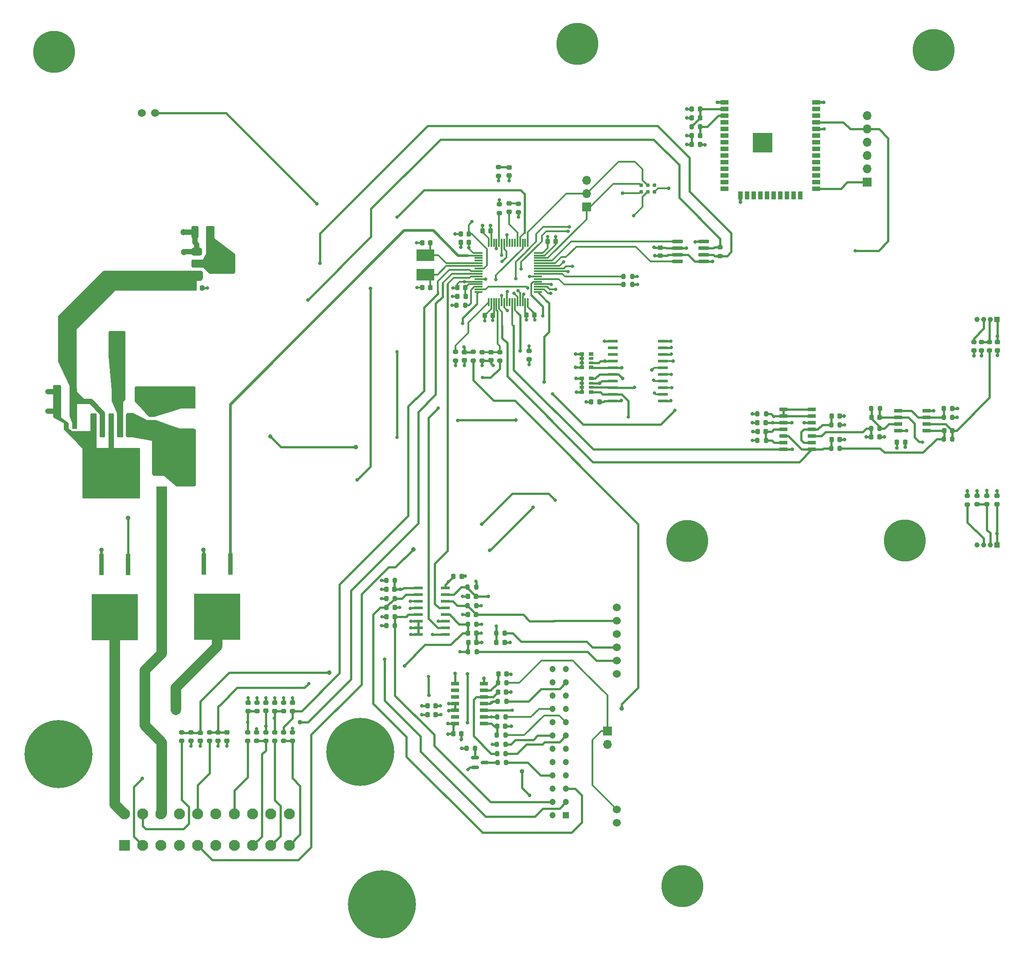
<source format=gtl>
G04 #@! TF.GenerationSoftware,KiCad,Pcbnew,8.0.3*
G04 #@! TF.CreationDate,2024-08-06T18:59:45+01:00*
G04 #@! TF.ProjectId,Tesla Small Drive,5465736c-6120-4536-9d61-6c6c20447269,rev?*
G04 #@! TF.SameCoordinates,Original*
G04 #@! TF.FileFunction,Copper,L1,Top*
G04 #@! TF.FilePolarity,Positive*
%FSLAX46Y46*%
G04 Gerber Fmt 4.6, Leading zero omitted, Abs format (unit mm)*
G04 Created by KiCad (PCBNEW 8.0.3) date 2024-08-06 18:59:45*
%MOMM*%
%LPD*%
G01*
G04 APERTURE LIST*
G04 Aperture macros list*
%AMRoundRect*
0 Rectangle with rounded corners*
0 $1 Rounding radius*
0 $2 $3 $4 $5 $6 $7 $8 $9 X,Y pos of 4 corners*
0 Add a 4 corners polygon primitive as box body*
4,1,4,$2,$3,$4,$5,$6,$7,$8,$9,$2,$3,0*
0 Add four circle primitives for the rounded corners*
1,1,$1+$1,$2,$3*
1,1,$1+$1,$4,$5*
1,1,$1+$1,$6,$7*
1,1,$1+$1,$8,$9*
0 Add four rect primitives between the rounded corners*
20,1,$1+$1,$2,$3,$4,$5,0*
20,1,$1+$1,$4,$5,$6,$7,0*
20,1,$1+$1,$6,$7,$8,$9,0*
20,1,$1+$1,$8,$9,$2,$3,0*%
G04 Aperture macros list end*
G04 #@! TA.AperFunction,ComponentPad*
%ADD10C,1.524000*%
G04 #@! TD*
G04 #@! TA.AperFunction,SMDPad,CuDef*
%ADD11RoundRect,0.225000X0.225000X0.250000X-0.225000X0.250000X-0.225000X-0.250000X0.225000X-0.250000X0*%
G04 #@! TD*
G04 #@! TA.AperFunction,SMDPad,CuDef*
%ADD12R,0.940000X4.070000*%
G04 #@! TD*
G04 #@! TA.AperFunction,SMDPad,CuDef*
%ADD13R,8.770000X8.920000*%
G04 #@! TD*
G04 #@! TA.AperFunction,SMDPad,CuDef*
%ADD14RoundRect,0.200000X-0.275000X0.200000X-0.275000X-0.200000X0.275000X-0.200000X0.275000X0.200000X0*%
G04 #@! TD*
G04 #@! TA.AperFunction,SMDPad,CuDef*
%ADD15RoundRect,0.200000X0.275000X-0.200000X0.275000X0.200000X-0.275000X0.200000X-0.275000X-0.200000X0*%
G04 #@! TD*
G04 #@! TA.AperFunction,SMDPad,CuDef*
%ADD16RoundRect,0.200000X-0.200000X-0.275000X0.200000X-0.275000X0.200000X0.275000X-0.200000X0.275000X0*%
G04 #@! TD*
G04 #@! TA.AperFunction,SMDPad,CuDef*
%ADD17RoundRect,0.225000X-0.225000X-0.250000X0.225000X-0.250000X0.225000X0.250000X-0.225000X0.250000X0*%
G04 #@! TD*
G04 #@! TA.AperFunction,SMDPad,CuDef*
%ADD18RoundRect,0.225000X0.250000X-0.225000X0.250000X0.225000X-0.250000X0.225000X-0.250000X-0.225000X0*%
G04 #@! TD*
G04 #@! TA.AperFunction,SMDPad,CuDef*
%ADD19RoundRect,0.200000X0.200000X0.275000X-0.200000X0.275000X-0.200000X-0.275000X0.200000X-0.275000X0*%
G04 #@! TD*
G04 #@! TA.AperFunction,SMDPad,CuDef*
%ADD20RoundRect,0.150000X-0.587500X-0.150000X0.587500X-0.150000X0.587500X0.150000X-0.587500X0.150000X0*%
G04 #@! TD*
G04 #@! TA.AperFunction,ComponentPad*
%ADD21C,13.000000*%
G04 #@! TD*
G04 #@! TA.AperFunction,SMDPad,CuDef*
%ADD22RoundRect,0.225000X-0.250000X0.225000X-0.250000X-0.225000X0.250000X-0.225000X0.250000X0.225000X0*%
G04 #@! TD*
G04 #@! TA.AperFunction,SMDPad,CuDef*
%ADD23R,1.550000X0.700000*%
G04 #@! TD*
G04 #@! TA.AperFunction,SMDPad,CuDef*
%ADD24RoundRect,0.060000X0.890000X0.180000X-0.890000X0.180000X-0.890000X-0.180000X0.890000X-0.180000X0*%
G04 #@! TD*
G04 #@! TA.AperFunction,SMDPad,CuDef*
%ADD25RoundRect,0.250000X-0.300000X2.050000X-0.300000X-2.050000X0.300000X-2.050000X0.300000X2.050000X0*%
G04 #@! TD*
G04 #@! TA.AperFunction,SMDPad,CuDef*
%ADD26RoundRect,0.250000X-2.375000X2.025000X-2.375000X-2.025000X2.375000X-2.025000X2.375000X2.025000X0*%
G04 #@! TD*
G04 #@! TA.AperFunction,SMDPad,CuDef*
%ADD27RoundRect,0.250002X-5.149998X4.449998X-5.149998X-4.449998X5.149998X-4.449998X5.149998X4.449998X0*%
G04 #@! TD*
G04 #@! TA.AperFunction,ComponentPad*
%ADD28C,8.000000*%
G04 #@! TD*
G04 #@! TA.AperFunction,ComponentPad*
%ADD29R,1.200000X1.200000*%
G04 #@! TD*
G04 #@! TA.AperFunction,ComponentPad*
%ADD30C,1.200000*%
G04 #@! TD*
G04 #@! TA.AperFunction,SMDPad,CuDef*
%ADD31R,1.528000X0.650000*%
G04 #@! TD*
G04 #@! TA.AperFunction,ComponentPad*
%ADD32R,1.000000X1.000000*%
G04 #@! TD*
G04 #@! TA.AperFunction,ComponentPad*
%ADD33C,1.000000*%
G04 #@! TD*
G04 #@! TA.AperFunction,SMDPad,CuDef*
%ADD34RoundRect,0.250000X0.412500X0.925000X-0.412500X0.925000X-0.412500X-0.925000X0.412500X-0.925000X0*%
G04 #@! TD*
G04 #@! TA.AperFunction,SMDPad,CuDef*
%ADD35RoundRect,0.075000X-0.910000X-0.225000X0.910000X-0.225000X0.910000X0.225000X-0.910000X0.225000X0*%
G04 #@! TD*
G04 #@! TA.AperFunction,SMDPad,CuDef*
%ADD36R,2.900000X5.400000*%
G04 #@! TD*
G04 #@! TA.AperFunction,ComponentPad*
%ADD37R,1.700000X1.700000*%
G04 #@! TD*
G04 #@! TA.AperFunction,ComponentPad*
%ADD38O,1.700000X1.700000*%
G04 #@! TD*
G04 #@! TA.AperFunction,SMDPad,CuDef*
%ADD39RoundRect,0.073750X-0.801250X-0.221250X0.801250X-0.221250X0.801250X0.221250X-0.801250X0.221250X0*%
G04 #@! TD*
G04 #@! TA.AperFunction,ConnectorPad*
%ADD40C,0.787400*%
G04 #@! TD*
G04 #@! TA.AperFunction,SMDPad,CuDef*
%ADD41R,3.400000X2.250000*%
G04 #@! TD*
G04 #@! TA.AperFunction,SMDPad,CuDef*
%ADD42R,2.200000X2.150000*%
G04 #@! TD*
G04 #@! TA.AperFunction,SMDPad,CuDef*
%ADD43R,1.500000X0.900000*%
G04 #@! TD*
G04 #@! TA.AperFunction,SMDPad,CuDef*
%ADD44R,0.900000X1.500000*%
G04 #@! TD*
G04 #@! TA.AperFunction,SMDPad,CuDef*
%ADD45R,0.900000X0.900000*%
G04 #@! TD*
G04 #@! TA.AperFunction,HeatsinkPad*
%ADD46C,0.600000*%
G04 #@! TD*
G04 #@! TA.AperFunction,SMDPad,CuDef*
%ADD47R,3.800000X3.800000*%
G04 #@! TD*
G04 #@! TA.AperFunction,SMDPad,CuDef*
%ADD48RoundRect,0.218750X0.256250X-0.218750X0.256250X0.218750X-0.256250X0.218750X-0.256250X-0.218750X0*%
G04 #@! TD*
G04 #@! TA.AperFunction,SMDPad,CuDef*
%ADD49RoundRect,0.375000X-0.625000X-0.375000X0.625000X-0.375000X0.625000X0.375000X-0.625000X0.375000X0*%
G04 #@! TD*
G04 #@! TA.AperFunction,SMDPad,CuDef*
%ADD50RoundRect,0.500000X-0.500000X-1.400000X0.500000X-1.400000X0.500000X1.400000X-0.500000X1.400000X0*%
G04 #@! TD*
G04 #@! TA.AperFunction,SMDPad,CuDef*
%ADD51R,0.940000X0.680000*%
G04 #@! TD*
G04 #@! TA.AperFunction,SMDPad,CuDef*
%ADD52R,0.940000X0.530000*%
G04 #@! TD*
G04 #@! TA.AperFunction,SMDPad,CuDef*
%ADD53RoundRect,0.250000X1.000000X-1.750000X1.000000X1.750000X-1.000000X1.750000X-1.000000X-1.750000X0*%
G04 #@! TD*
G04 #@! TA.AperFunction,SMDPad,CuDef*
%ADD54RoundRect,0.075000X-0.700000X-0.075000X0.700000X-0.075000X0.700000X0.075000X-0.700000X0.075000X0*%
G04 #@! TD*
G04 #@! TA.AperFunction,SMDPad,CuDef*
%ADD55RoundRect,0.075000X-0.075000X-0.700000X0.075000X-0.700000X0.075000X0.700000X-0.075000X0.700000X0*%
G04 #@! TD*
G04 #@! TA.AperFunction,SMDPad,CuDef*
%ADD56RoundRect,0.218750X-0.218750X-0.256250X0.218750X-0.256250X0.218750X0.256250X-0.218750X0.256250X0*%
G04 #@! TD*
G04 #@! TA.AperFunction,SMDPad,CuDef*
%ADD57R,2.150000X2.200000*%
G04 #@! TD*
G04 #@! TA.AperFunction,ComponentPad*
%ADD58R,2.100000X2.100000*%
G04 #@! TD*
G04 #@! TA.AperFunction,ComponentPad*
%ADD59C,2.100000*%
G04 #@! TD*
G04 #@! TA.AperFunction,ViaPad*
%ADD60C,0.650000*%
G04 #@! TD*
G04 #@! TA.AperFunction,ViaPad*
%ADD61C,1.200000*%
G04 #@! TD*
G04 #@! TA.AperFunction,ViaPad*
%ADD62C,0.700000*%
G04 #@! TD*
G04 #@! TA.AperFunction,ViaPad*
%ADD63C,0.900000*%
G04 #@! TD*
G04 #@! TA.AperFunction,ViaPad*
%ADD64C,0.800000*%
G04 #@! TD*
G04 #@! TA.AperFunction,Conductor*
%ADD65C,0.300000*%
G04 #@! TD*
G04 #@! TA.AperFunction,Conductor*
%ADD66C,1.000000*%
G04 #@! TD*
G04 #@! TA.AperFunction,Conductor*
%ADD67C,0.400000*%
G04 #@! TD*
G04 #@! TA.AperFunction,Conductor*
%ADD68C,0.500000*%
G04 #@! TD*
G04 #@! TA.AperFunction,Conductor*
%ADD69C,2.000000*%
G04 #@! TD*
G04 APERTURE END LIST*
D10*
G04 #@! TO.P,J6,1,Pin_1*
G04 #@! TO.N,/TEMP_FLUID*
X71240000Y-42494000D03*
G04 #@! TO.P,J6,2,Pin_2*
G04 #@! TO.N,GND*
X68700000Y-42494000D03*
G04 #@! TD*
D11*
G04 #@! TO.P,C50,1*
G04 #@! TO.N,+3V3*
X175375000Y-48550000D03*
G04 #@! TO.P,C50,2*
G04 #@! TO.N,GND*
X173825000Y-48550000D03*
G04 #@! TD*
D10*
G04 #@! TO.P,J5,1,Pin_1*
G04 #@! TO.N,+5V*
X159506000Y-178140000D03*
G04 #@! TO.P,J5,2,Pin_2*
G04 #@! TO.N,/HVIL_EXT*
X159506000Y-175600000D03*
G04 #@! TD*
D12*
G04 #@! TO.P,U5,1,IN*
G04 #@! TO.N,/PRECH_OUT_27*
X66100000Y-128800000D03*
D13*
G04 #@! TO.P,U5,2,D*
G04 #@! TO.N,/PRECHG_RLY*
X63560000Y-138890000D03*
D12*
G04 #@! TO.P,U5,3,S*
G04 #@! TO.N,GND*
X61020000Y-128800000D03*
G04 #@! TD*
D14*
G04 #@! TO.P,R55,1*
G04 #@! TO.N,/Motor control CPU/BRAKE_IN_16*
X83300000Y-160875000D03*
G04 #@! TO.P,R55,2*
G04 #@! TO.N,GND*
X83300000Y-162525000D03*
G04 #@! TD*
D11*
G04 #@! TO.P,C29,1*
G04 #@! TO.N,Net-(IC2-B)*
X124855000Y-157480000D03*
G04 #@! TO.P,C29,2*
G04 #@! TO.N,GND*
X123305000Y-157480000D03*
G04 #@! TD*
D15*
G04 #@! TO.P,R39,1*
G04 #@! TO.N,GND*
X227700000Y-87925000D03*
G04 #@! TO.P,R39,2*
G04 #@! TO.N,Net-(IC8-TEST{slash}MUST)*
X227700000Y-86275000D03*
G04 #@! TD*
D11*
G04 #@! TO.P,C16,1*
G04 #@! TO.N,GND*
X147825000Y-67050000D03*
G04 #@! TO.P,C16,2*
G04 #@! TO.N,+3V3*
X146275000Y-67050000D03*
G04 #@! TD*
D14*
G04 #@! TO.P,R41,1*
G04 #@! TO.N,/IL1_IN*
X230700000Y-86275000D03*
G04 #@! TO.P,R41,2*
G04 #@! TO.N,Net-(IC5-VINA-)*
X230700000Y-87925000D03*
G04 #@! TD*
D16*
G04 #@! TO.P,R23,1*
G04 #@! TO.N,Net-(Q1-C)*
X136705000Y-166640000D03*
G04 #@! TO.P,R23,2*
G04 #@! TO.N,/DC_DISCH*
X138355000Y-166640000D03*
G04 #@! TD*
G04 #@! TO.P,R44,1*
G04 #@! TO.N,Net-(IC5-VINA+)*
X221975000Y-99000000D03*
G04 #@! TO.P,R44,2*
G04 #@! TO.N,GND*
X223625000Y-99000000D03*
G04 #@! TD*
G04 #@! TO.P,R51,1*
G04 #@! TO.N,Net-(U4-VDD)*
X173775000Y-45150000D03*
G04 #@! TO.P,R51,2*
G04 #@! TO.N,Net-(U4-EN)*
X175425000Y-45150000D03*
G04 #@! TD*
D17*
G04 #@! TO.P,C9,1*
G04 #@! TO.N,GND*
X122325000Y-67350000D03*
G04 #@! TO.P,C9,2*
G04 #@! TO.N,Net-(U3-PD0)*
X123875000Y-67350000D03*
G04 #@! TD*
D18*
G04 #@! TO.P,C42,1*
G04 #@! TO.N,+3V3*
X167830000Y-69775000D03*
G04 #@! TO.P,C42,2*
G04 #@! TO.N,GND*
X167830000Y-68225000D03*
G04 #@! TD*
D17*
G04 #@! TO.P,C15,1*
G04 #@! TO.N,GND*
X134225000Y-81200000D03*
G04 #@! TO.P,C15,2*
G04 #@! TO.N,+3V3*
X135775000Y-81200000D03*
G04 #@! TD*
D14*
G04 #@! TO.P,R50,1*
G04 #@! TO.N,GND*
X226453334Y-115678334D03*
G04 #@! TO.P,R50,2*
G04 #@! TO.N,Net-(IC9-TEST{slash}MUST)*
X226453334Y-117328334D03*
G04 #@! TD*
D15*
G04 #@! TO.P,R56,1*
G04 #@! TO.N,/FORW_IN*
X137150000Y-89850000D03*
G04 #@! TO.P,R56,2*
G04 #@! TO.N,/Motor control CPU/FWD_IN_20*
X137150000Y-88200000D03*
G04 #@! TD*
D17*
G04 #@! TO.P,C39,1*
G04 #@! TO.N,/TEMP_FLUID*
X131075000Y-141950000D03*
G04 #@! TO.P,C39,2*
G04 #@! TO.N,GND*
X132625000Y-141950000D03*
G04 #@! TD*
D19*
G04 #@! TO.P,R43,1*
G04 #@! TO.N,Net-(IC5-VINA-)*
X223625000Y-104800000D03*
G04 #@! TO.P,R43,2*
G04 #@! TO.N,Net-(IC5-VOUTA)*
X221975000Y-104800000D03*
G04 #@! TD*
D20*
G04 #@! TO.P,Q1,1,B*
G04 #@! TO.N,Net-(Q1-B)*
X132412500Y-165700000D03*
G04 #@! TO.P,Q1,2,E*
G04 #@! TO.N,GND*
X132412500Y-167600000D03*
G04 #@! TO.P,Q1,3,C*
G04 #@! TO.N,Net-(Q1-C)*
X134287500Y-166650000D03*
G04 #@! TD*
D15*
G04 #@! TO.P,R13,1*
G04 #@! TO.N,/CRUISE_INPUT*
X89000000Y-162525000D03*
G04 #@! TO.P,R13,2*
G04 #@! TO.N,/Motor control CPU/CRUISE_IN_57*
X89000000Y-160875000D03*
G04 #@! TD*
D21*
G04 #@! TO.P,H1,1,1*
G04 #@! TO.N,GND*
X52800000Y-165000000D03*
G04 #@! TD*
D16*
G04 #@! TO.P,R22,1*
G04 #@! TO.N,/Motor control CPU/VTG_OUT_52*
X130755000Y-163930000D03*
G04 #@! TO.P,R22,2*
G04 #@! TO.N,Net-(Q1-B)*
X132405000Y-163930000D03*
G04 #@! TD*
D22*
G04 #@! TO.P,C43,1*
G04 #@! TO.N,+5V*
X232200000Y-86325000D03*
G04 #@! TO.P,C43,2*
G04 #@! TO.N,GND*
X232200000Y-87875000D03*
G04 #@! TD*
D11*
G04 #@! TO.P,C53,1*
G04 #@! TO.N,Net-(U4-VDD)*
X175375000Y-43450000D03*
G04 #@! TO.P,C53,2*
G04 #@! TO.N,GND*
X173825000Y-43450000D03*
G04 #@! TD*
D19*
G04 #@! TO.P,R37,1*
G04 #@! TO.N,+5V*
X132625000Y-133150000D03*
G04 #@! TO.P,R37,2*
G04 #@! TO.N,/TEMP_CASE*
X130975000Y-133150000D03*
G04 #@! TD*
D17*
G04 #@! TO.P,C30,1*
G04 #@! TO.N,Net-(IC2-E)*
X136805000Y-153180000D03*
G04 #@! TO.P,C30,2*
G04 #@! TO.N,GND*
X138355000Y-153180000D03*
G04 #@! TD*
D15*
G04 #@! TO.P,R9,1*
G04 #@! TO.N,/START*
X94100000Y-162525000D03*
G04 #@! TO.P,R9,2*
G04 #@! TO.N,/Motor control CPU/START_IN_58*
X94100000Y-160875000D03*
G04 #@! TD*
D11*
G04 #@! TO.P,C28,1*
G04 #@! TO.N,Net-(IC2-D)*
X124855000Y-155780000D03*
G04 #@! TO.P,C28,2*
G04 #@! TO.N,GND*
X123305000Y-155780000D03*
G04 #@! TD*
G04 #@! TO.P,C37,1*
G04 #@! TO.N,/TEMP_A*
X117010000Y-133580000D03*
G04 #@! TO.P,C37,2*
G04 #@! TO.N,GND*
X115460000Y-133580000D03*
G04 #@! TD*
D21*
G04 #@! TO.P,H3,1,1*
G04 #@! TO.N,GND*
X114600000Y-193700000D03*
G04 #@! TD*
D23*
G04 #@! TO.P,IC1,1,OUTPUT_2*
G04 #@! TO.N,/OCUR_IN_15*
X191300000Y-99200000D03*
G04 #@! TO.P,IC1,2,OUTPUT_1*
X191300000Y-100470000D03*
G04 #@! TO.P,IC1,3,VCC+*
G04 #@! TO.N,+5V*
X191300000Y-101740000D03*
G04 #@! TO.P,IC1,4,INVERTING_INPUT_1*
G04 #@! TO.N,Net-(IC1-INVERTING_INPUT_1)*
X191300000Y-103010000D03*
G04 #@! TO.P,IC1,5,NON-INVERTING_INPUT_1*
G04 #@! TO.N,/IL1_21*
X191300000Y-104280000D03*
G04 #@! TO.P,IC1,6,INVERTING_INPUT_2*
G04 #@! TO.N,Net-(IC1-INVERTING_INPUT_1)*
X191300000Y-105550000D03*
G04 #@! TO.P,IC1,7,NON-INVERTING_INPUT_2*
G04 #@! TO.N,/IL2_26*
X191300000Y-106820000D03*
G04 #@! TO.P,IC1,8,INVERTING_INPUT_3*
G04 #@! TO.N,/IL1_21*
X196750000Y-106820000D03*
G04 #@! TO.P,IC1,9,NON-INVERTING_INPUT_3*
G04 #@! TO.N,Net-(IC1-NON-INVERTING_INPUT_3)*
X196750000Y-105550000D03*
G04 #@! TO.P,IC1,10,INVERTING_INPUT_4*
G04 #@! TO.N,/IL2_26*
X196750000Y-104280000D03*
G04 #@! TO.P,IC1,11,NON-INVERTING_INPUT_4*
G04 #@! TO.N,Net-(IC1-NON-INVERTING_INPUT_3)*
X196750000Y-103010000D03*
G04 #@! TO.P,IC1,12,VCC-*
G04 #@! TO.N,GND*
X196750000Y-101740000D03*
G04 #@! TO.P,IC1,13,OUTPUT_4*
G04 #@! TO.N,/OCUR_IN_15*
X196750000Y-100470000D03*
G04 #@! TO.P,IC1,14,OUTPUT_3*
X196750000Y-99200000D03*
G04 #@! TD*
D19*
G04 #@! TO.P,R35,1*
G04 #@! TO.N,+5V*
X132675000Y-140200000D03*
G04 #@! TO.P,R35,2*
G04 #@! TO.N,/TEMP_FLUID*
X131025000Y-140200000D03*
G04 #@! TD*
D24*
G04 #@! TO.P,IC3,1,OUTPUT_ENABLE*
G04 #@! TO.N,GND*
X168302500Y-97515000D03*
G04 #@! TO.P,IC3,2,D0*
G04 #@! TO.N,/PWM1_N_34*
X168302500Y-96245000D03*
G04 #@! TO.P,IC3,3,D1*
G04 #@! TO.N,/PWM1_P_41*
X168302500Y-94975000D03*
G04 #@! TO.P,IC3,4,D2*
G04 #@! TO.N,/PWM2_N_35*
X168302500Y-93705000D03*
G04 #@! TO.P,IC3,5,D3*
G04 #@! TO.N,/PWM2_P_42*
X168302500Y-92435000D03*
G04 #@! TO.P,IC3,6,D4*
G04 #@! TO.N,/PWM3_N_36*
X168302500Y-91165000D03*
G04 #@! TO.P,IC3,7,D5*
G04 #@! TO.N,/PWM3_P_43*
X168302500Y-89895000D03*
G04 #@! TO.P,IC3,8,D6*
G04 #@! TO.N,GND*
X168302500Y-88625000D03*
G04 #@! TO.P,IC3,9,D7*
X168302500Y-87355000D03*
G04 #@! TO.P,IC3,10,GND*
X168302500Y-86085000D03*
G04 #@! TO.P,IC3,11,LATCH_ENABLE*
G04 #@! TO.N,+5V*
X158772500Y-86085000D03*
G04 #@! TO.P,IC3,12,Q7*
G04 #@! TO.N,unconnected-(IC3-Q7-Pad12)*
X158772500Y-87355000D03*
G04 #@! TO.P,IC3,13,Q6*
G04 #@! TO.N,unconnected-(IC3-Q6-Pad13)*
X158772500Y-88625000D03*
G04 #@! TO.P,IC3,14,Q5*
G04 #@! TO.N,/HI_DRVC*
X158772500Y-89895000D03*
G04 #@! TO.P,IC3,15,Q4*
G04 #@! TO.N,/LOW_DRVC*
X158772500Y-91165000D03*
G04 #@! TO.P,IC3,16,Q3*
G04 #@! TO.N,/HI_DRVB*
X158772500Y-92435000D03*
G04 #@! TO.P,IC3,17,Q2*
G04 #@! TO.N,/LOW_DRVB*
X158772500Y-93705000D03*
G04 #@! TO.P,IC3,18,Q1*
G04 #@! TO.N,/HI_DRVA*
X158772500Y-94975000D03*
G04 #@! TO.P,IC3,19,Q0*
G04 #@! TO.N,/LOW_DRVA*
X158772500Y-96245000D03*
G04 #@! TO.P,IC3,20,VCC*
G04 #@! TO.N,+5V*
X158772500Y-97515000D03*
G04 #@! TD*
D25*
G04 #@! TO.P,U1,1,VIN*
G04 #@! TO.N,+12V*
X66310000Y-102190000D03*
G04 #@! TO.P,U1,2,OUT*
G04 #@! TO.N,/PSU/OUT*
X64610000Y-102190000D03*
G04 #@! TO.P,U1,3,GND*
G04 #@! TO.N,GND*
X62910000Y-102190000D03*
G04 #@! TO.P,U1,4,FB*
G04 #@! TO.N,+5V*
X61210000Y-102190000D03*
G04 #@! TO.P,U1,5,~{ON}/OFF*
G04 #@! TO.N,GND*
X59510000Y-102190000D03*
D26*
G04 #@! TO.P,U1,6,TAB*
X65685000Y-108915000D03*
X60135000Y-108915000D03*
D27*
X62910000Y-111340000D03*
D26*
X65685000Y-113765000D03*
X60135000Y-113765000D03*
G04 #@! TD*
D28*
G04 #@! TO.P,H8,1,1*
G04 #@! TO.N,GND*
X214500000Y-124200000D03*
G04 #@! TD*
D29*
G04 #@! TO.P,J3,1,Pin_1*
G04 #@! TO.N,/UDC_HI*
X149800000Y-176720000D03*
D30*
G04 #@! TO.P,J3,2,Pin_2*
G04 #@! TO.N,/TEMP_CASE*
X147260000Y-176720000D03*
G04 #@! TO.P,J3,3,Pin_3*
G04 #@! TO.N,/TEMP_A*
X149800000Y-174180000D03*
G04 #@! TO.P,J3,4,Pin_4*
G04 #@! TO.N,/TEMP_B*
X147260000Y-174180000D03*
G04 #@! TO.P,J3,5,Pin_5*
G04 #@! TO.N,/TEMP_C*
X149800000Y-171640000D03*
G04 #@! TO.P,J3,6,Pin_6*
G04 #@! TO.N,+12V*
X147260000Y-171640000D03*
G04 #@! TO.P,J3,7,Pin_7*
G04 #@! TO.N,+5V*
X149800000Y-169100000D03*
G04 #@! TO.P,J3,8,Pin_8*
G04 #@! TO.N,/DC_DISCH*
X147260000Y-169100000D03*
G04 #@! TO.P,J3,9,Pin_9*
G04 #@! TO.N,+5V*
X149800000Y-166560000D03*
G04 #@! TO.P,J3,10,Pin_10*
G04 #@! TO.N,+12V*
X147260000Y-166560000D03*
G04 #@! TO.P,J3,11,Pin_11*
G04 #@! TO.N,GND*
X149800000Y-164020000D03*
G04 #@! TO.P,J3,12,Pin_12*
G04 #@! TO.N,+5V*
X147260000Y-164020000D03*
G04 #@! TO.P,J3,13,Pin_13*
G04 #@! TO.N,/DRIVER_UVLO*
X149800000Y-161480000D03*
G04 #@! TO.P,J3,14,Pin_14*
G04 #@! TO.N,/DRV_RES*
X147260000Y-161480000D03*
G04 #@! TO.P,J3,15,Pin_15*
G04 #@! TO.N,/FAULTA*
X149800000Y-158940000D03*
G04 #@! TO.P,J3,16,Pin_16*
G04 #@! TO.N,/HI_DRVA*
X147260000Y-158940000D03*
G04 #@! TO.P,J3,17,Pin_17*
G04 #@! TO.N,/LOW_DRVA*
X149800000Y-156400000D03*
G04 #@! TO.P,J3,18,Pin_18*
G04 #@! TO.N,/FAULTB*
X147260000Y-156400000D03*
G04 #@! TO.P,J3,19,Pin_19*
G04 #@! TO.N,/HI_DRVB*
X149800000Y-153860000D03*
G04 #@! TO.P,J3,20,Pin_20*
G04 #@! TO.N,/LOW_DRVB*
X147260000Y-153860000D03*
G04 #@! TO.P,J3,21,Pin_21*
G04 #@! TO.N,/FAULTC*
X149800000Y-151320000D03*
G04 #@! TO.P,J3,22,Pin_22*
G04 #@! TO.N,/HI_DRVC*
X147260000Y-151320000D03*
G04 #@! TO.P,J3,23,Pin_23*
G04 #@! TO.N,/LOW_DRVC*
X149800000Y-148780000D03*
G04 #@! TO.P,J3,24,Pin_24*
G04 #@! TO.N,GND*
X147260000Y-148780000D03*
G04 #@! TD*
D31*
G04 #@! TO.P,IC5,1,VOUTA*
G04 #@! TO.N,Net-(IC5-VOUTA)*
X218711000Y-103205000D03*
G04 #@! TO.P,IC5,2,VINA-*
G04 #@! TO.N,Net-(IC5-VINA-)*
X218711000Y-101935000D03*
G04 #@! TO.P,IC5,3,VINA+*
G04 #@! TO.N,Net-(IC5-VINA+)*
X218711000Y-100665000D03*
G04 #@! TO.P,IC5,4,VSS*
G04 #@! TO.N,GND*
X218711000Y-99395000D03*
G04 #@! TO.P,IC5,5,VINB+*
G04 #@! TO.N,Net-(IC5-VINA+)*
X213289000Y-99395000D03*
G04 #@! TO.P,IC5,6,VINB-*
G04 #@! TO.N,Net-(IC5-VINB-)*
X213289000Y-100665000D03*
G04 #@! TO.P,IC5,7,VOUT_B*
G04 #@! TO.N,Net-(IC5-VOUT_B)*
X213289000Y-101935000D03*
G04 #@! TO.P,IC5,8,VDD*
G04 #@! TO.N,+5V*
X213289000Y-103205000D03*
G04 #@! TD*
D17*
G04 #@! TO.P,C10,1*
G04 #@! TO.N,GND*
X122325000Y-75850000D03*
G04 #@! TO.P,C10,2*
G04 #@! TO.N,Net-(U3-PD1)*
X123875000Y-75850000D03*
G04 #@! TD*
D19*
G04 #@! TO.P,R16,1*
G04 #@! TO.N,/ENCB_IN*
X138100000Y-141900000D03*
G04 #@! TO.P,R16,2*
G04 #@! TO.N,/Motor control CPU/ENC_B_23*
X136450000Y-141900000D03*
G04 #@! TD*
D15*
G04 #@! TO.P,R7,1*
G04 #@! TO.N,+3V3*
X140700000Y-61525000D03*
G04 #@! TO.P,R7,2*
G04 #@! TO.N,Net-(D3-A)*
X140700000Y-59875000D03*
G04 #@! TD*
D21*
G04 #@! TO.P,H2,1,1*
G04 #@! TO.N,GND*
X110500000Y-164600000D03*
G04 #@! TD*
D32*
G04 #@! TO.P,IC9,1,VDD*
G04 #@! TO.N,+5V*
X232105000Y-125037500D03*
D33*
G04 #@! TO.P,IC9,2,OUT*
G04 #@! TO.N,/IL2_IN*
X230835000Y-125037500D03*
G04 #@! TO.P,IC9,3,TEST/MUST*
G04 #@! TO.N,Net-(IC9-TEST{slash}MUST)*
X229565000Y-125037500D03*
G04 #@! TO.P,IC9,4,VSS*
G04 #@! TO.N,GND*
X228295000Y-125037500D03*
G04 #@! TD*
D14*
G04 #@! TO.P,R8,1*
G04 #@! TO.N,Net-(D4-A)*
X136900000Y-52875000D03*
G04 #@! TO.P,R8,2*
G04 #@! TO.N,+3V3*
X136900000Y-54525000D03*
G04 #@! TD*
D22*
G04 #@! TO.P,C22,1*
G04 #@! TO.N,/Motor control CPU/UDC_11*
X130350000Y-88225000D03*
G04 #@! TO.P,C22,2*
G04 #@! TO.N,GND*
X130350000Y-89775000D03*
G04 #@! TD*
D18*
G04 #@! TO.P,C49,1*
G04 #@! TO.N,+5V*
X232103334Y-117245000D03*
G04 #@! TO.P,C49,2*
G04 #@! TO.N,GND*
X232103334Y-115695000D03*
G04 #@! TD*
D14*
G04 #@! TO.P,R57,1*
G04 #@! TO.N,/Motor control CPU/FWD_IN_20*
X133750000Y-88200000D03*
G04 #@! TO.P,R57,2*
G04 #@! TO.N,GND*
X133750000Y-89850000D03*
G04 #@! TD*
D34*
G04 #@! TO.P,C3,1*
G04 #@! TO.N,+5V*
X55607500Y-95770000D03*
G04 #@! TO.P,C3,2*
G04 #@! TO.N,GND*
X52532500Y-95770000D03*
G04 #@! TD*
D16*
G04 #@! TO.P,R32,1*
G04 #@! TO.N,+5V*
X115460000Y-140455000D03*
G04 #@! TO.P,R32,2*
G04 #@! TO.N,/TEMP_B*
X117110000Y-140455000D03*
G04 #@! TD*
D28*
G04 #@! TO.P,H4,1,1*
G04 #@! TO.N,GND*
X52000000Y-30800000D03*
G04 #@! TD*
D14*
G04 #@! TO.P,R12,1*
G04 #@! TO.N,/Motor control CPU/REV_IN_37*
X78165000Y-160870000D03*
G04 #@! TO.P,R12,2*
G04 #@! TO.N,GND*
X78165000Y-162520000D03*
G04 #@! TD*
D35*
G04 #@! TO.P,IC10,1,D*
G04 #@! TO.N,/CAN_TX_45*
X171130000Y-67095000D03*
G04 #@! TO.P,IC10,2,GND*
G04 #@! TO.N,GND*
X171130000Y-68365000D03*
G04 #@! TO.P,IC10,3,VCC*
G04 #@! TO.N,+3V3*
X171130000Y-69635000D03*
G04 #@! TO.P,IC10,4,R*
G04 #@! TO.N,/CAN_RX_44*
X171130000Y-70905000D03*
G04 #@! TO.P,IC10,5,EN*
G04 #@! TO.N,+3V3*
X176070000Y-70905000D03*
G04 #@! TO.P,IC10,6,CANL*
G04 #@! TO.N,/CANL*
X176070000Y-69635000D03*
G04 #@! TO.P,IC10,7,CANH*
G04 #@! TO.N,/CANH*
X176070000Y-68365000D03*
G04 #@! TO.P,IC10,8,RS*
G04 #@! TO.N,GND*
X176070000Y-67095000D03*
G04 #@! TD*
D18*
G04 #@! TO.P,C24,1*
G04 #@! TO.N,/Motor control CPU/THROTTLE_9*
X92420000Y-156770000D03*
G04 #@! TO.P,C24,2*
G04 #@! TO.N,GND*
X92420000Y-155220000D03*
G04 #@! TD*
D15*
G04 #@! TO.P,R49,1*
G04 #@! TO.N,/IL2_IN*
X228336667Y-117295000D03*
G04 #@! TO.P,R49,2*
G04 #@! TO.N,GND*
X228336667Y-115645000D03*
G04 #@! TD*
D18*
G04 #@! TO.P,C4,1*
G04 #@! TO.N,+12V*
X70590000Y-101655000D03*
G04 #@! TO.P,C4,2*
G04 #@! TO.N,GND*
X70590000Y-100105000D03*
G04 #@! TD*
D15*
G04 #@! TO.P,R18,1*
G04 #@! TO.N,/UDC_HI*
X132050000Y-89825000D03*
G04 #@! TO.P,R18,2*
G04 #@! TO.N,/Motor control CPU/UDC_11*
X132050000Y-88175000D03*
G04 #@! TD*
D36*
G04 #@! TO.P,L1,1*
G04 #@! TO.N,/PSU/OUT*
X64100000Y-87100000D03*
G04 #@! TO.P,L1,2*
G04 #@! TO.N,+5V*
X54200000Y-87100000D03*
G04 #@! TD*
D11*
G04 #@! TO.P,C40,1*
G04 #@! TO.N,/TEMP_STATOR*
X132575000Y-138400000D03*
G04 #@! TO.P,C40,2*
G04 #@! TO.N,GND*
X131025000Y-138400000D03*
G04 #@! TD*
D17*
G04 #@! TO.P,C17,1*
G04 #@! TO.N,GND*
X142225000Y-81100000D03*
G04 #@! TO.P,C17,2*
G04 #@! TO.N,+3V3*
X143775000Y-81100000D03*
G04 #@! TD*
D14*
G04 #@! TO.P,R17,1*
G04 #@! TO.N,GND*
X97500000Y-160875000D03*
G04 #@! TO.P,R17,2*
G04 #@! TO.N,/BRAKE_TRANS*
X97500000Y-162525000D03*
G04 #@! TD*
D37*
G04 #@! TO.P,J1,1,Pin_1*
G04 #@! TO.N,/Motor control CPU/SWDAT_46*
X153700000Y-60480000D03*
D38*
G04 #@! TO.P,J1,2,Pin_2*
G04 #@! TO.N,/Motor control CPU/SWCLK_49*
X153700000Y-57940000D03*
G04 #@! TO.P,J1,3,Pin_3*
G04 #@! TO.N,GND*
X153700000Y-55400000D03*
G04 #@! TD*
D17*
G04 #@! TO.P,C8,1*
G04 #@! TO.N,GND*
X129675000Y-65600000D03*
G04 #@! TO.P,C8,2*
G04 #@! TO.N,/Motor control CPU/NRST*
X131225000Y-65600000D03*
G04 #@! TD*
D14*
G04 #@! TO.P,R19,1*
G04 #@! TO.N,GND*
X90700000Y-160875000D03*
G04 #@! TO.P,R19,2*
G04 #@! TO.N,/ACCEL*
X90700000Y-162525000D03*
G04 #@! TD*
D39*
G04 #@! TO.P,IC4,1,2Y0*
G04 #@! TO.N,/TEMP_A*
X121565000Y-133310000D03*
G04 #@! TO.P,IC4,2,2Y2*
G04 #@! TO.N,/TEMP_C*
X121565000Y-134580000D03*
G04 #@! TO.P,IC4,3,2Z*
G04 #@! TO.N,/TMPHS_24*
X121565000Y-135850000D03*
G04 #@! TO.P,IC4,4,2Y3*
G04 #@! TO.N,GND*
X121565000Y-137120000D03*
G04 #@! TO.P,IC4,5,2Y1*
G04 #@! TO.N,/TEMP_B*
X121565000Y-138390000D03*
G04 #@! TO.P,IC4,6,~{E}*
G04 #@! TO.N,GND*
X121565000Y-139660000D03*
G04 #@! TO.P,IC4,7,VEE*
X121565000Y-140930000D03*
G04 #@! TO.P,IC4,8,GND*
X121565000Y-142200000D03*
G04 #@! TO.P,IC4,9,S1*
G04 #@! TO.N,/BMS_IN_39*
X126735000Y-142200000D03*
G04 #@! TO.P,IC4,10,S0*
G04 #@! TO.N,/ERR_OUT_51*
X126735000Y-140930000D03*
G04 #@! TO.P,IC4,11,1Y3*
G04 #@! TO.N,GND*
X126735000Y-139660000D03*
G04 #@! TO.P,IC4,12,1Y0*
G04 #@! TO.N,/TEMP_FLUID*
X126735000Y-138390000D03*
G04 #@! TO.P,IC4,13,1Z*
G04 #@! TO.N,/TMPM_10*
X126735000Y-137120000D03*
G04 #@! TO.P,IC4,14,1Y1*
G04 #@! TO.N,/TEMP_STATOR*
X126735000Y-135850000D03*
G04 #@! TO.P,IC4,15,1Y2*
G04 #@! TO.N,/TEMP_CASE*
X126735000Y-134580000D03*
G04 #@! TO.P,IC4,16,VCC*
G04 #@! TO.N,+5V*
X126735000Y-133310000D03*
G04 #@! TD*
D19*
G04 #@! TO.P,R31,1*
G04 #@! TO.N,/HVIL_EXT*
X138435000Y-151440000D03*
G04 #@! TO.P,R31,2*
G04 #@! TO.N,Net-(IC2-F)*
X136785000Y-151440000D03*
G04 #@! TD*
G04 #@! TO.P,R15,1*
G04 #@! TO.N,/ENCA_IN*
X132725000Y-145500000D03*
G04 #@! TO.P,R15,2*
G04 #@! TO.N,/Motor control CPU/ENC_A_22*
X131075000Y-145500000D03*
G04 #@! TD*
D23*
G04 #@! TO.P,IC2,1,A*
G04 #@! TO.N,Net-(IC2-A)*
X134075000Y-159207500D03*
G04 #@! TO.P,IC2,2,B*
G04 #@! TO.N,Net-(IC2-B)*
X134075000Y-157937500D03*
G04 #@! TO.P,IC2,3,C*
G04 #@! TO.N,/OCUR_IN_15*
X134075000Y-156667500D03*
G04 #@! TO.P,IC2,4,D*
G04 #@! TO.N,Net-(IC2-D)*
X134075000Y-155397500D03*
G04 #@! TO.P,IC2,5,E*
G04 #@! TO.N,Net-(IC2-E)*
X134075000Y-154127500D03*
G04 #@! TO.P,IC2,6,F*
G04 #@! TO.N,Net-(IC2-F)*
X134075000Y-152857500D03*
G04 #@! TO.P,IC2,7,GND*
G04 #@! TO.N,GND*
X134075000Y-151587500D03*
G04 #@! TO.P,IC2,8,~{Y}*
G04 #@! TO.N,/PWM_INHIBIT_33*
X128625000Y-151587500D03*
G04 #@! TO.P,IC2,9,NC_1*
G04 #@! TO.N,unconnected-(IC2-NC_1-Pad9)*
X128625000Y-152857500D03*
G04 #@! TO.P,IC2,10,NC_2*
G04 #@! TO.N,unconnected-(IC2-NC_2-Pad10)*
X128625000Y-154127500D03*
G04 #@! TO.P,IC2,11,G*
G04 #@! TO.N,+5V*
X128625000Y-155397500D03*
G04 #@! TO.P,IC2,12,H*
X128625000Y-156667500D03*
G04 #@! TO.P,IC2,13,NC_3*
G04 #@! TO.N,unconnected-(IC2-NC_3-Pad13)*
X128625000Y-157937500D03*
G04 #@! TO.P,IC2,14,VCC*
G04 #@! TO.N,+5V*
X128625000Y-159207500D03*
G04 #@! TD*
D15*
G04 #@! TO.P,R20,1*
G04 #@! TO.N,/BRAKE_TRANS*
X95793750Y-162531250D03*
G04 #@! TO.P,R20,2*
G04 #@! TO.N,/Motor control CPU/REGEN_8*
X95793750Y-160881250D03*
G04 #@! TD*
D16*
G04 #@! TO.P,R24,1*
G04 #@! TO.N,/OCURLIM_NEG_59*
X186375000Y-105100000D03*
G04 #@! TO.P,R24,2*
G04 #@! TO.N,Net-(IC1-INVERTING_INPUT_1)*
X188025000Y-105100000D03*
G04 #@! TD*
D17*
G04 #@! TO.P,C12,1*
G04 #@! TO.N,GND*
X129675000Y-67250000D03*
G04 #@! TO.P,C12,2*
G04 #@! TO.N,+3V3*
X131225000Y-67250000D03*
G04 #@! TD*
D18*
G04 #@! TO.P,C19,1*
G04 #@! TO.N,/Motor control CPU/CRUISE_IN_57*
X89020000Y-156795000D03*
G04 #@! TO.P,C19,2*
G04 #@! TO.N,GND*
X89020000Y-155245000D03*
G04 #@! TD*
D19*
G04 #@! TO.P,R28,1*
G04 #@! TO.N,/FAULTB*
X138275000Y-157960000D03*
G04 #@! TO.P,R28,2*
G04 #@! TO.N,Net-(IC2-B)*
X136625000Y-157960000D03*
G04 #@! TD*
D17*
G04 #@! TO.P,C26,1*
G04 #@! TO.N,Net-(IC1-NON-INVERTING_INPUT_3)*
X200525000Y-100400000D03*
G04 #@! TO.P,C26,2*
G04 #@! TO.N,GND*
X202075000Y-100400000D03*
G04 #@! TD*
G04 #@! TO.P,C20,1*
G04 #@! TO.N,/Motor control CPU/ENC_A_22*
X131125000Y-143700000D03*
G04 #@! TO.P,C20,2*
G04 #@! TO.N,GND*
X132675000Y-143700000D03*
G04 #@! TD*
D40*
G04 #@! TO.P,J8,1,VCC*
G04 #@! TO.N,+3V3*
X164130000Y-57600000D03*
G04 #@! TO.P,J8,2,SWDIO*
G04 #@! TO.N,/Motor control CPU/SWDAT_46*
X164130000Y-56330000D03*
G04 #@! TO.P,J8,3,~{RESET}*
G04 #@! TO.N,/Motor control CPU/NRST*
X165400000Y-57600000D03*
G04 #@! TO.P,J8,4,SWCLK*
G04 #@! TO.N,/Motor control CPU/SWCLK_49*
X165400000Y-56330000D03*
G04 #@! TO.P,J8,5,GND*
G04 #@! TO.N,GND*
X166670000Y-57600000D03*
G04 #@! TO.P,J8,6,SWO*
G04 #@! TO.N,unconnected-(J8-SWO-Pad6)*
X166670000Y-56330000D03*
G04 #@! TD*
D22*
G04 #@! TO.P,C18,1*
G04 #@! TO.N,/Motor control CPU/REV_IN_37*
X79915000Y-160945000D03*
G04 #@! TO.P,C18,2*
G04 #@! TO.N,GND*
X79915000Y-162495000D03*
G04 #@! TD*
D14*
G04 #@! TO.P,R38,1*
G04 #@! TO.N,/CANH*
X179255000Y-68210000D03*
G04 #@! TO.P,R38,2*
G04 #@! TO.N,/CANL*
X179255000Y-69860000D03*
G04 #@! TD*
D41*
G04 #@! TO.P,Y1,1,1*
G04 #@! TO.N,Net-(U3-PD0)*
X122950000Y-69700000D03*
G04 #@! TO.P,Y1,2,2*
G04 #@! TO.N,Net-(U3-PD1)*
X122950000Y-73400000D03*
G04 #@! TD*
D19*
G04 #@! TO.P,R30,1*
G04 #@! TO.N,/FAULTA*
X138225000Y-161420000D03*
G04 #@! TO.P,R30,2*
G04 #@! TO.N,Net-(IC2-A)*
X136575000Y-161420000D03*
G04 #@! TD*
G04 #@! TO.P,R2,1*
G04 #@! TO.N,Net-(U3-PA0)*
X130525000Y-79300000D03*
G04 #@! TO.P,R2,2*
G04 #@! TO.N,+3V3*
X128875000Y-79300000D03*
G04 #@! TD*
D17*
G04 #@! TO.P,C31,1*
G04 #@! TO.N,Net-(IC2-A)*
X136635000Y-159720000D03*
G04 #@! TO.P,C31,2*
G04 #@! TO.N,GND*
X138185000Y-159720000D03*
G04 #@! TD*
D14*
G04 #@! TO.P,R4,1*
G04 #@! TO.N,Net-(U3-PB2)*
X142700000Y-87975000D03*
G04 #@! TO.P,R4,2*
G04 #@! TO.N,GND*
X142700000Y-89625000D03*
G04 #@! TD*
D37*
G04 #@! TO.P,J9,1,Pin_1*
G04 #@! TO.N,/HVIL_EXT*
X157700000Y-160625000D03*
D38*
G04 #@! TO.P,J9,2,Pin_2*
G04 #@! TO.N,+5V*
X157700000Y-163165000D03*
G04 #@! TD*
D19*
G04 #@! TO.P,R52,1*
G04 #@! TO.N,/DRV_RES*
X138235000Y-163140000D03*
G04 #@! TO.P,R52,2*
G04 #@! TO.N,+5V*
X136585000Y-163140000D03*
G04 #@! TD*
D11*
G04 #@! TO.P,C27,1*
G04 #@! TO.N,+5V*
X187925000Y-101700000D03*
G04 #@! TO.P,C27,2*
G04 #@! TO.N,GND*
X186375000Y-101700000D03*
G04 #@! TD*
D42*
G04 #@! TO.P,D2,A,A*
G04 #@! TO.N,GND*
X68543250Y-96500000D03*
G04 #@! TO.P,D2,C,K*
G04 #@! TO.N,/PSU/OUT*
X64143250Y-96500000D03*
G04 #@! TD*
D43*
G04 #@! TO.P,U4,1,GND*
G04 #@! TO.N,GND*
X180100000Y-40490000D03*
G04 #@! TO.P,U4,2,VDD*
G04 #@! TO.N,Net-(U4-VDD)*
X180100000Y-41760000D03*
G04 #@! TO.P,U4,3,EN*
G04 #@! TO.N,Net-(U4-EN)*
X180100000Y-43030000D03*
G04 #@! TO.P,U4,4,SENSOR_VP*
G04 #@! TO.N,unconnected-(U4-SENSOR_VP-Pad4)*
X180100000Y-44300000D03*
G04 #@! TO.P,U4,5,SENSOR_VN*
G04 #@! TO.N,unconnected-(U4-SENSOR_VN-Pad5)*
X180100000Y-45570000D03*
G04 #@! TO.P,U4,6,IO34*
G04 #@! TO.N,unconnected-(U4-IO34-Pad6)*
X180100000Y-46840000D03*
G04 #@! TO.P,U4,7,IO35*
G04 #@! TO.N,unconnected-(U4-IO35-Pad7)*
X180100000Y-48110000D03*
G04 #@! TO.P,U4,8,IO32*
G04 #@! TO.N,unconnected-(U4-IO32-Pad8)*
X180100000Y-49380000D03*
G04 #@! TO.P,U4,9,IO33*
G04 #@! TO.N,unconnected-(U4-IO33-Pad9)*
X180100000Y-50650000D03*
G04 #@! TO.P,U4,10,IO25*
G04 #@! TO.N,unconnected-(U4-IO25-Pad10)*
X180100000Y-51920000D03*
G04 #@! TO.P,U4,11,IO26*
G04 #@! TO.N,unconnected-(U4-IO26-Pad11)*
X180100000Y-53190000D03*
G04 #@! TO.P,U4,12,IO27*
G04 #@! TO.N,unconnected-(U4-IO27-Pad12)*
X180100000Y-54460000D03*
G04 #@! TO.P,U4,13,IO14*
G04 #@! TO.N,unconnected-(U4-IO14-Pad13)*
X180100000Y-55730000D03*
G04 #@! TO.P,U4,14,IO12*
G04 #@! TO.N,unconnected-(U4-IO12-Pad14)*
X180100000Y-57000000D03*
D44*
G04 #@! TO.P,U4,15,GND*
G04 #@! TO.N,GND*
X183140000Y-58250000D03*
G04 #@! TO.P,U4,16,IO13*
G04 #@! TO.N,unconnected-(U4-IO13-Pad16)*
X184410000Y-58250000D03*
G04 #@! TO.P,U4,17,NC*
G04 #@! TO.N,unconnected-(U4-NC-Pad17)*
X185680000Y-58250000D03*
G04 #@! TO.P,U4,18,NC*
G04 #@! TO.N,unconnected-(U4-NC-Pad18)*
X186950000Y-58250000D03*
G04 #@! TO.P,U4,19,NC*
G04 #@! TO.N,unconnected-(U4-NC-Pad19)*
X188220000Y-58250000D03*
G04 #@! TO.P,U4,20,NC*
G04 #@! TO.N,unconnected-(U4-NC-Pad20)*
X189490000Y-58250000D03*
G04 #@! TO.P,U4,21,NC*
G04 #@! TO.N,unconnected-(U4-NC-Pad21)*
X190760000Y-58250000D03*
G04 #@! TO.P,U4,22,NC*
G04 #@! TO.N,unconnected-(U4-NC-Pad22)*
X192030000Y-58250000D03*
G04 #@! TO.P,U4,23,IO15*
G04 #@! TO.N,unconnected-(U4-IO15-Pad23)*
X193300000Y-58250000D03*
G04 #@! TO.P,U4,24,IO2*
G04 #@! TO.N,unconnected-(U4-IO2-Pad24)*
X194570000Y-58250000D03*
D43*
G04 #@! TO.P,U4,25,IO0*
G04 #@! TO.N,/ESP WiFi/IO0*
X197600000Y-57000000D03*
G04 #@! TO.P,U4,26,IO4*
G04 #@! TO.N,unconnected-(U4-IO4-Pad26)*
X197600000Y-55730000D03*
G04 #@! TO.P,U4,27,IO16*
G04 #@! TO.N,unconnected-(U4-IO16-Pad27)*
X197600000Y-54460000D03*
G04 #@! TO.P,U4,28,IO17*
G04 #@! TO.N,unconnected-(U4-IO17-Pad28)*
X197600000Y-53190000D03*
G04 #@! TO.P,U4,29,IO5*
G04 #@! TO.N,unconnected-(U4-IO5-Pad29)*
X197600000Y-51920000D03*
G04 #@! TO.P,U4,30,IO18*
G04 #@! TO.N,unconnected-(U4-IO18-Pad30)*
X197600000Y-50650000D03*
G04 #@! TO.P,U4,31,IO19*
G04 #@! TO.N,unconnected-(U4-IO19-Pad31)*
X197600000Y-49380000D03*
G04 #@! TO.P,U4,32,NC*
G04 #@! TO.N,unconnected-(U4-NC-Pad32)*
X197600000Y-48110000D03*
G04 #@! TO.P,U4,33,IO21*
G04 #@! TO.N,unconnected-(U4-IO21-Pad33)*
X197600000Y-46840000D03*
G04 #@! TO.P,U4,34,RXD0/IO3*
G04 #@! TO.N,/ESP WiFi/RX*
X197600000Y-45570000D03*
G04 #@! TO.P,U4,35,TXD0/IO1*
G04 #@! TO.N,/ESP WiFi/TX*
X197600000Y-44300000D03*
G04 #@! TO.P,U4,36,IO22*
G04 #@! TO.N,unconnected-(U4-IO22-Pad36)*
X197600000Y-43030000D03*
G04 #@! TO.P,U4,37,IO23*
G04 #@! TO.N,unconnected-(U4-IO23-Pad37)*
X197600000Y-41760000D03*
G04 #@! TO.P,U4,38,GND*
G04 #@! TO.N,GND*
X197600000Y-40490000D03*
D45*
G04 #@! TO.P,U4,39,GND*
X185950000Y-46810000D03*
D46*
X185950000Y-47510000D03*
D45*
X185950000Y-48210000D03*
D46*
X185950000Y-48910000D03*
D45*
X185950000Y-49610000D03*
D46*
X186650000Y-46810000D03*
X186650000Y-48210000D03*
X186650000Y-49610000D03*
X187325000Y-47510000D03*
X187325000Y-48910000D03*
D45*
X187350000Y-46810000D03*
X187350000Y-48210000D03*
D47*
X187350000Y-48210000D03*
D45*
X187350000Y-49610000D03*
D46*
X188050000Y-46810000D03*
X188050000Y-48210000D03*
X188050000Y-49610000D03*
D45*
X188750000Y-46810000D03*
D46*
X188750000Y-47510000D03*
D45*
X188750000Y-48210000D03*
D46*
X188750000Y-48910000D03*
D45*
X188750000Y-49610000D03*
G04 #@! TD*
D19*
G04 #@! TO.P,R5,1*
G04 #@! TO.N,+3V3*
X162425000Y-75300000D03*
G04 #@! TO.P,R5,2*
G04 #@! TO.N,Net-(U3-PC7)*
X160775000Y-75300000D03*
G04 #@! TD*
D12*
G04 #@! TO.P,U6,1,IN*
G04 #@! TO.N,/DCSW_OUT_2*
X85640000Y-128710000D03*
D13*
G04 #@! TO.P,U6,2,D*
G04 #@! TO.N,/MAIN_CON*
X83100000Y-138800000D03*
D12*
G04 #@! TO.P,U6,3,S*
G04 #@! TO.N,GND*
X80560000Y-128710000D03*
G04 #@! TD*
D48*
G04 #@! TO.P,D4,1,K*
G04 #@! TO.N,GND*
X138900000Y-54487500D03*
G04 #@! TO.P,D4,2,A*
G04 #@! TO.N,Net-(D4-A)*
X138900000Y-52912500D03*
G04 #@! TD*
D32*
G04 #@! TO.P,IC8,1,VDD*
G04 #@! TO.N,+5V*
X232140000Y-82000000D03*
D33*
G04 #@! TO.P,IC8,2,OUT*
G04 #@! TO.N,/IL1_IN*
X230870000Y-82000000D03*
G04 #@! TO.P,IC8,3,TEST/MUST*
G04 #@! TO.N,Net-(IC8-TEST{slash}MUST)*
X229600000Y-82000000D03*
G04 #@! TO.P,IC8,4,VSS*
G04 #@! TO.N,GND*
X228330000Y-82000000D03*
G04 #@! TD*
D19*
G04 #@! TO.P,R36,1*
G04 #@! TO.N,+5V*
X132625000Y-136650000D03*
G04 #@! TO.P,R36,2*
G04 #@! TO.N,/TEMP_STATOR*
X130975000Y-136650000D03*
G04 #@! TD*
G04 #@! TO.P,R25,1*
G04 #@! TO.N,/OCURLIM_POS_61*
X202125000Y-102100000D03*
G04 #@! TO.P,R25,2*
G04 #@! TO.N,Net-(IC1-NON-INVERTING_INPUT_3)*
X200475000Y-102100000D03*
G04 #@! TD*
D28*
G04 #@! TO.P,H9,1,1*
G04 #@! TO.N,GND*
X173000000Y-124300000D03*
G04 #@! TD*
D16*
G04 #@! TO.P,R33,1*
G04 #@! TO.N,+5V*
X115435000Y-135305000D03*
G04 #@! TO.P,R33,2*
G04 #@! TO.N,/TEMP_C*
X117085000Y-135305000D03*
G04 #@! TD*
D17*
G04 #@! TO.P,C48,1*
G04 #@! TO.N,/IL2_26*
X208125000Y-104400000D03*
G04 #@! TO.P,C48,2*
G04 #@! TO.N,GND*
X209675000Y-104400000D03*
G04 #@! TD*
G04 #@! TO.P,C7,1*
G04 #@! TO.N,+5V*
X78725000Y-75950000D03*
G04 #@! TO.P,C7,2*
G04 #@! TO.N,GND*
X80275000Y-75950000D03*
G04 #@! TD*
D22*
G04 #@! TO.P,C52,1*
G04 #@! TO.N,/Motor control CPU/FWD_IN_20*
X135450000Y-88250000D03*
G04 #@! TO.P,C52,2*
G04 #@! TO.N,GND*
X135450000Y-89800000D03*
G04 #@! TD*
D28*
G04 #@! TO.P,H5,1,1*
G04 #@! TO.N,GND*
X152000000Y-29300000D03*
G04 #@! TD*
D22*
G04 #@! TO.P,C51,1*
G04 #@! TO.N,/Motor control CPU/BRAKE_IN_16*
X84975000Y-160925000D03*
G04 #@! TO.P,C51,2*
G04 #@! TO.N,GND*
X84975000Y-162475000D03*
G04 #@! TD*
D49*
G04 #@! TO.P,U2,1,GND*
G04 #@! TO.N,GND*
X79250000Y-69000000D03*
G04 #@! TO.P,U2,2,VO*
G04 #@! TO.N,+3V3*
X79250000Y-71300000D03*
D50*
X85550000Y-71300000D03*
D49*
G04 #@! TO.P,U2,3,VI*
G04 #@! TO.N,+5V*
X79250000Y-73600000D03*
G04 #@! TD*
D17*
G04 #@! TO.P,C36,1*
G04 #@! TO.N,/TEMP_C*
X115510000Y-137030000D03*
G04 #@! TO.P,C36,2*
G04 #@! TO.N,GND*
X117060000Y-137030000D03*
G04 #@! TD*
D19*
G04 #@! TO.P,R42,1*
G04 #@! TO.N,+5V*
X223625000Y-100700000D03*
G04 #@! TO.P,R42,2*
G04 #@! TO.N,Net-(IC5-VINA+)*
X221975000Y-100700000D03*
G04 #@! TD*
D15*
G04 #@! TO.P,R11,1*
G04 #@! TO.N,/REVER_IN*
X76365000Y-162520000D03*
G04 #@! TO.P,R11,2*
G04 #@! TO.N,/Motor control CPU/REV_IN_37*
X76365000Y-160870000D03*
G04 #@! TD*
D51*
G04 #@! TO.P,R53,1*
G04 #@! TO.N,GND*
X152810000Y-93275000D03*
D52*
G04 #@! TO.P,R53,2*
X152810000Y-94150000D03*
G04 #@! TO.P,R53,3*
X152810000Y-94950000D03*
D51*
G04 #@! TO.P,R53,4*
X152810000Y-95825000D03*
G04 #@! TO.P,R53,5*
G04 #@! TO.N,/LOW_DRVA*
X154590000Y-95825000D03*
D52*
G04 #@! TO.P,R53,6*
G04 #@! TO.N,/HI_DRVA*
X154590000Y-94950000D03*
G04 #@! TO.P,R53,7*
G04 #@! TO.N,/LOW_DRVB*
X154590000Y-94150000D03*
D51*
G04 #@! TO.P,R53,8*
G04 #@! TO.N,/HI_DRVB*
X154590000Y-93275000D03*
G04 #@! TD*
D18*
G04 #@! TO.P,C11,1*
G04 #@! TO.N,/Motor control CPU/START_IN_58*
X94120000Y-156795000D03*
G04 #@! TO.P,C11,2*
G04 #@! TO.N,GND*
X94120000Y-155245000D03*
G04 #@! TD*
G04 #@! TO.P,C23,1*
G04 #@! TO.N,/Motor control CPU/REGEN_8*
X97520000Y-156795000D03*
G04 #@! TO.P,C23,2*
G04 #@! TO.N,GND*
X97520000Y-155245000D03*
G04 #@! TD*
D14*
G04 #@! TO.P,R3,1*
G04 #@! TO.N,Net-(U3-PA3)*
X128650000Y-88175000D03*
G04 #@! TO.P,R3,2*
G04 #@! TO.N,+3V3*
X128650000Y-89825000D03*
G04 #@! TD*
D11*
G04 #@! TO.P,C14,1*
G04 #@! TO.N,GND*
X135375000Y-65050000D03*
G04 #@! TO.P,C14,2*
G04 #@! TO.N,+3V3*
X133825000Y-65050000D03*
G04 #@! TD*
D15*
G04 #@! TO.P,R48,1*
G04 #@! TO.N,/IL2_IN*
X230220000Y-117295000D03*
G04 #@! TO.P,R48,2*
G04 #@! TO.N,Net-(IC5-VINB-)*
X230220000Y-115645000D03*
G04 #@! TD*
G04 #@! TO.P,R10,1*
G04 #@! TO.N,/Motor control CPU/START_IN_58*
X95820000Y-156845000D03*
G04 #@! TO.P,R10,2*
G04 #@! TO.N,GND*
X95820000Y-155195000D03*
G04 #@! TD*
D28*
G04 #@! TO.P,H6,1,1*
G04 #@! TO.N,GND*
X172000000Y-190300000D03*
G04 #@! TD*
D15*
G04 #@! TO.P,R21,1*
G04 #@! TO.N,/ACCEL*
X92400000Y-162525000D03*
G04 #@! TO.P,R21,2*
G04 #@! TO.N,/Motor control CPU/THROTTLE_9*
X92400000Y-160875000D03*
G04 #@! TD*
G04 #@! TO.P,R54,1*
G04 #@! TO.N,/BRAKE_ON*
X81700000Y-162525000D03*
G04 #@! TO.P,R54,2*
G04 #@! TO.N,/Motor control CPU/BRAKE_IN_16*
X81700000Y-160875000D03*
G04 #@! TD*
D16*
G04 #@! TO.P,R34,1*
G04 #@! TO.N,+5V*
X115435000Y-131855000D03*
G04 #@! TO.P,R34,2*
G04 #@! TO.N,/TEMP_A*
X117085000Y-131855000D03*
G04 #@! TD*
D11*
G04 #@! TO.P,C5,1*
G04 #@! TO.N,+5V*
X55875000Y-102400000D03*
G04 #@! TO.P,C5,2*
G04 #@! TO.N,GND*
X54325000Y-102400000D03*
G04 #@! TD*
G04 #@! TO.P,C41,1*
G04 #@! TO.N,/TEMP_CASE*
X132575000Y-134900000D03*
G04 #@! TO.P,C41,2*
G04 #@! TO.N,GND*
X131025000Y-134900000D03*
G04 #@! TD*
D14*
G04 #@! TO.P,R40,1*
G04 #@! TO.N,/IL1_IN*
X229200000Y-86275000D03*
G04 #@! TO.P,R40,2*
G04 #@! TO.N,GND*
X229200000Y-87925000D03*
G04 #@! TD*
D17*
G04 #@! TO.P,C33,1*
G04 #@! TO.N,+5V*
X128250000Y-161165000D03*
G04 #@! TO.P,C33,2*
G04 #@! TO.N,GND*
X129800000Y-161165000D03*
G04 #@! TD*
D19*
G04 #@! TO.P,R27,1*
G04 #@! TO.N,/FAULTC*
X138395000Y-154930000D03*
G04 #@! TO.P,R27,2*
G04 #@! TO.N,Net-(IC2-D)*
X136745000Y-154930000D03*
G04 #@! TD*
D37*
G04 #@! TO.P,J2,1,Pin_1*
G04 #@! TO.N,/ESP WiFi/IO0*
X207300000Y-55750000D03*
D38*
G04 #@! TO.P,J2,2,Pin_2*
G04 #@! TO.N,GND*
X207300000Y-53210000D03*
G04 #@! TO.P,J2,3,Pin_3*
X207300000Y-50670000D03*
G04 #@! TO.P,J2,4,Pin_4*
G04 #@! TO.N,+5V*
X207300000Y-48130000D03*
G04 #@! TO.P,J2,5,Pin_5*
G04 #@! TO.N,/ESP WiFi/TX*
X207300000Y-45590000D03*
G04 #@! TO.P,J2,6,Pin_6*
G04 #@! TO.N,/ESP WiFi/RX*
X207300000Y-43050000D03*
G04 #@! TD*
D17*
G04 #@! TO.P,C32,1*
G04 #@! TO.N,Net-(IC2-F)*
X136865000Y-149750000D03*
G04 #@! TO.P,C32,2*
G04 #@! TO.N,GND*
X138415000Y-149750000D03*
G04 #@! TD*
D53*
G04 #@! TO.P,C1,1*
G04 #@! TO.N,+12V*
X77590000Y-104890000D03*
G04 #@! TO.P,C1,2*
G04 #@! TO.N,GND*
X77590000Y-96890000D03*
G04 #@! TD*
D17*
G04 #@! TO.P,C38,1*
G04 #@! TO.N,+5V*
X128275000Y-131050000D03*
G04 #@! TO.P,C38,2*
G04 #@! TO.N,GND*
X129825000Y-131050000D03*
G04 #@! TD*
D19*
G04 #@! TO.P,R47,1*
G04 #@! TO.N,Net-(IC5-VINB-)*
X209750000Y-99000000D03*
G04 #@! TO.P,R47,2*
G04 #@! TO.N,Net-(IC5-VOUT_B)*
X208100000Y-99000000D03*
G04 #@! TD*
G04 #@! TO.P,R6,1*
G04 #@! TO.N,+3V3*
X162425000Y-73750000D03*
G04 #@! TO.P,R6,2*
G04 #@! TO.N,Net-(U3-PC9)*
X160775000Y-73750000D03*
G04 #@! TD*
D54*
G04 #@! TO.P,U3,1,VBAT*
G04 #@! TO.N,+3V3*
X133083389Y-69244534D03*
G04 #@! TO.P,U3,2,PC13*
G04 #@! TO.N,/DCSW_OUT_2*
X133083389Y-69744534D03*
G04 #@! TO.P,U3,3,PC14*
G04 #@! TO.N,unconnected-(U3-PC14-Pad3)*
X133083389Y-70244534D03*
G04 #@! TO.P,U3,4,PC15*
G04 #@! TO.N,unconnected-(U3-PC15-Pad4)*
X133083389Y-70744534D03*
G04 #@! TO.P,U3,5,PD0*
G04 #@! TO.N,Net-(U3-PD0)*
X133083389Y-71244534D03*
G04 #@! TO.P,U3,6,PD1*
G04 #@! TO.N,Net-(U3-PD1)*
X133083389Y-71744534D03*
G04 #@! TO.P,U3,7,NRST*
G04 #@! TO.N,/Motor control CPU/NRST*
X133083389Y-72244534D03*
G04 #@! TO.P,U3,8,PC0*
G04 #@! TO.N,/Motor control CPU/REGEN_8*
X133083389Y-72744534D03*
G04 #@! TO.P,U3,9,PC1*
G04 #@! TO.N,/Motor control CPU/THROTTLE_9*
X133083389Y-73244534D03*
G04 #@! TO.P,U3,10,PC2*
G04 #@! TO.N,/TMPM_10*
X133083389Y-73744534D03*
G04 #@! TO.P,U3,11,PC3*
G04 #@! TO.N,/Motor control CPU/UDC_11*
X133083389Y-74244534D03*
G04 #@! TO.P,U3,12,VSSA*
G04 #@! TO.N,GND*
X133083389Y-74744534D03*
G04 #@! TO.P,U3,13,VDDA*
G04 #@! TO.N,Net-(U3-VDDA)*
X133083389Y-75244534D03*
G04 #@! TO.P,U3,14,PA0*
G04 #@! TO.N,Net-(U3-PA0)*
X133083389Y-75744534D03*
G04 #@! TO.P,U3,15,PA1*
G04 #@! TO.N,/OCUR_IN_15*
X133083389Y-76244534D03*
G04 #@! TO.P,U3,16,PA2*
G04 #@! TO.N,/Motor control CPU/BRAKE_IN_16*
X133083389Y-76744534D03*
D55*
G04 #@! TO.P,U3,17,PA3*
G04 #@! TO.N,Net-(U3-PA3)*
X135008389Y-78669534D03*
G04 #@! TO.P,U3,18,VSS*
G04 #@! TO.N,GND*
X135508389Y-78669534D03*
G04 #@! TO.P,U3,19,VDD*
G04 #@! TO.N,+3V3*
X136008389Y-78669534D03*
G04 #@! TO.P,U3,20,PA4*
G04 #@! TO.N,/Motor control CPU/FWD_IN_20*
X136508389Y-78669534D03*
G04 #@! TO.P,U3,21,PA5*
G04 #@! TO.N,/IL1_21*
X137008389Y-78669534D03*
G04 #@! TO.P,U3,22,PA6*
G04 #@! TO.N,/Motor control CPU/ENC_A_22*
X137508389Y-78669534D03*
G04 #@! TO.P,U3,23,PA7*
G04 #@! TO.N,/Motor control CPU/ENC_B_23*
X138008389Y-78669534D03*
G04 #@! TO.P,U3,24,PC4*
G04 #@! TO.N,/TMPHS_24*
X138508389Y-78669534D03*
G04 #@! TO.P,U3,25,PC5*
G04 #@! TO.N,unconnected-(U3-PC5-Pad25)*
X139008389Y-78669534D03*
G04 #@! TO.P,U3,26,PB0*
G04 #@! TO.N,/IL2_26*
X139508389Y-78669534D03*
G04 #@! TO.P,U3,27,PB1*
G04 #@! TO.N,/PRECH_OUT_27*
X140008389Y-78669534D03*
G04 #@! TO.P,U3,28,PB2*
G04 #@! TO.N,Net-(U3-PB2)*
X140508389Y-78669534D03*
G04 #@! TO.P,U3,29,PB10*
G04 #@! TO.N,/Motor control CPU/USART_TX_29*
X141008389Y-78669534D03*
G04 #@! TO.P,U3,30,PB11*
G04 #@! TO.N,/Motor control CPU/USART_RX_30*
X141508389Y-78669534D03*
G04 #@! TO.P,U3,31,VSS*
G04 #@! TO.N,GND*
X142008389Y-78669534D03*
G04 #@! TO.P,U3,32,VDD*
G04 #@! TO.N,+3V3*
X142508389Y-78669534D03*
D54*
G04 #@! TO.P,U3,33,PB12*
G04 #@! TO.N,/PWM_INHIBIT_33*
X144433389Y-76744534D03*
G04 #@! TO.P,U3,34,PB13*
G04 #@! TO.N,/PWM1_N_34*
X144433389Y-76244534D03*
G04 #@! TO.P,U3,35,PB14*
G04 #@! TO.N,/PWM2_N_35*
X144433389Y-75744534D03*
G04 #@! TO.P,U3,36,PB15*
G04 #@! TO.N,/PWM3_N_36*
X144433389Y-75244534D03*
G04 #@! TO.P,U3,37,PC6*
G04 #@! TO.N,/Motor control CPU/REV_IN_37*
X144433389Y-74744534D03*
G04 #@! TO.P,U3,38,PC7*
G04 #@! TO.N,Net-(U3-PC7)*
X144433389Y-74244534D03*
G04 #@! TO.P,U3,39,PC8*
G04 #@! TO.N,/BMS_IN_39*
X144433389Y-73744534D03*
G04 #@! TO.P,U3,40,PC9*
G04 #@! TO.N,Net-(U3-PC9)*
X144433389Y-73244534D03*
G04 #@! TO.P,U3,41,PA8*
G04 #@! TO.N,/PWM1_P_41*
X144433389Y-72744534D03*
G04 #@! TO.P,U3,42,PA9*
G04 #@! TO.N,/PWM2_P_42*
X144433389Y-72244534D03*
G04 #@! TO.P,U3,43,PA10*
G04 #@! TO.N,/PWM3_P_43*
X144433389Y-71744534D03*
G04 #@! TO.P,U3,44,PA11*
G04 #@! TO.N,/CAN_RX_44*
X144433389Y-71244534D03*
G04 #@! TO.P,U3,45,PA12*
G04 #@! TO.N,/CAN_TX_45*
X144433389Y-70744534D03*
G04 #@! TO.P,U3,46,PA13*
G04 #@! TO.N,/Motor control CPU/SWDAT_46*
X144433389Y-70244534D03*
G04 #@! TO.P,U3,47,VSS*
G04 #@! TO.N,GND*
X144433389Y-69744534D03*
G04 #@! TO.P,U3,48,VDD*
G04 #@! TO.N,+3V3*
X144433389Y-69244534D03*
D55*
G04 #@! TO.P,U3,49,PA14*
G04 #@! TO.N,/Motor control CPU/SWCLK_49*
X142508389Y-67319534D03*
G04 #@! TO.P,U3,50,PA15*
G04 #@! TO.N,unconnected-(U3-PA15-Pad50)*
X142008389Y-67319534D03*
G04 #@! TO.P,U3,51,PC10*
G04 #@! TO.N,/ERR_OUT_51*
X141508389Y-67319534D03*
G04 #@! TO.P,U3,52,PC11*
G04 #@! TO.N,/Motor control CPU/VTG_OUT_52*
X141008389Y-67319534D03*
G04 #@! TO.P,U3,53,PC12*
G04 #@! TO.N,Net-(D3-K)*
X140508389Y-67319534D03*
G04 #@! TO.P,U3,54,PD2*
G04 #@! TO.N,unconnected-(U3-PD2-Pad54)*
X140008389Y-67319534D03*
G04 #@! TO.P,U3,55,PB3*
G04 #@! TO.N,unconnected-(U3-PB3-Pad55)*
X139508389Y-67319534D03*
G04 #@! TO.P,U3,56,PB4*
G04 #@! TO.N,unconnected-(U3-PB4-Pad56)*
X139008389Y-67319534D03*
G04 #@! TO.P,U3,57,PB5*
G04 #@! TO.N,/Motor control CPU/CRUISE_IN_57*
X138508389Y-67319534D03*
G04 #@! TO.P,U3,58,PB6*
G04 #@! TO.N,/Motor control CPU/START_IN_58*
X138008389Y-67319534D03*
G04 #@! TO.P,U3,59,PB7*
G04 #@! TO.N,/OCURLIM_NEG_59*
X137508389Y-67319534D03*
G04 #@! TO.P,U3,60,BOOT0*
G04 #@! TO.N,Net-(U3-BOOT0)*
X137008389Y-67319534D03*
G04 #@! TO.P,U3,61,PB8*
G04 #@! TO.N,/OCURLIM_POS_61*
X136508389Y-67319534D03*
G04 #@! TO.P,U3,62,PB9*
G04 #@! TO.N,unconnected-(U3-PB9-Pad62)*
X136008389Y-67319534D03*
G04 #@! TO.P,U3,63,VSS3*
G04 #@! TO.N,GND*
X135508389Y-67319534D03*
G04 #@! TO.P,U3,64,VDD*
G04 #@! TO.N,+3V3*
X135008389Y-67319534D03*
G04 #@! TD*
D15*
G04 #@! TO.P,R14,1*
G04 #@! TO.N,/Motor control CPU/CRUISE_IN_57*
X90720000Y-156845000D03*
G04 #@! TO.P,R14,2*
G04 #@! TO.N,GND*
X90720000Y-155195000D03*
G04 #@! TD*
D17*
G04 #@! TO.P,C45,1*
G04 #@! TO.N,/IL1_21*
X200525000Y-104900000D03*
G04 #@! TO.P,C45,2*
G04 #@! TO.N,GND*
X202075000Y-104900000D03*
G04 #@! TD*
D48*
G04 #@! TO.P,D3,1,K*
G04 #@! TO.N,Net-(D3-K)*
X138900000Y-61387500D03*
G04 #@! TO.P,D3,2,A*
G04 #@! TO.N,Net-(D3-A)*
X138900000Y-59812500D03*
G04 #@! TD*
D11*
G04 #@! TO.P,C47,1*
G04 #@! TO.N,Net-(IC5-VINB-)*
X209700000Y-100700000D03*
G04 #@! TO.P,C47,2*
G04 #@! TO.N,Net-(IC5-VOUT_B)*
X208150000Y-100700000D03*
G04 #@! TD*
D10*
G04 #@! TO.P,J7,1,Pin_1*
G04 #@! TO.N,+5V*
X159502196Y-149740000D03*
G04 #@! TO.P,J7,2,Pin_2*
G04 #@! TO.N,/ENCA_IN*
X159502196Y-147200000D03*
G04 #@! TO.P,J7,3,Pin_3*
G04 #@! TO.N,/ENCB_IN*
X159502196Y-144660000D03*
G04 #@! TO.P,J7,4,Pin_4*
G04 #@! TO.N,GND*
X159502196Y-142120000D03*
G04 #@! TO.P,J7,5,Pin_5*
G04 #@! TO.N,/TEMP_STATOR*
X159502196Y-139580000D03*
G04 #@! TO.P,J7,6,Pin_6*
G04 #@! TO.N,GND*
X159502196Y-137040000D03*
G04 #@! TD*
D11*
G04 #@! TO.P,C25,1*
G04 #@! TO.N,Net-(IC1-INVERTING_INPUT_1)*
X187975000Y-103400000D03*
G04 #@! TO.P,C25,2*
G04 #@! TO.N,GND*
X186425000Y-103400000D03*
G04 #@! TD*
D17*
G04 #@! TO.P,C21,1*
G04 #@! TO.N,/Motor control CPU/ENC_B_23*
X136500000Y-143700000D03*
G04 #@! TO.P,C21,2*
G04 #@! TO.N,GND*
X138050000Y-143700000D03*
G04 #@! TD*
D16*
G04 #@! TO.P,R46,1*
G04 #@! TO.N,/IL2_26*
X208075000Y-102800000D03*
G04 #@! TO.P,R46,2*
G04 #@! TO.N,Net-(IC5-VOUT_B)*
X209725000Y-102800000D03*
G04 #@! TD*
D11*
G04 #@! TO.P,C34,1*
G04 #@! TO.N,+5V*
X156175000Y-97700000D03*
G04 #@! TO.P,C34,2*
G04 #@! TO.N,GND*
X154625000Y-97700000D03*
G04 #@! TD*
D15*
G04 #@! TO.P,R1,1*
G04 #@! TO.N,Net-(U3-BOOT0)*
X137100000Y-61625000D03*
G04 #@! TO.P,R1,2*
G04 #@! TO.N,GND*
X137100000Y-59975000D03*
G04 #@! TD*
D11*
G04 #@! TO.P,C44,1*
G04 #@! TO.N,Net-(IC5-VINA-)*
X223575000Y-103200000D03*
G04 #@! TO.P,C44,2*
G04 #@! TO.N,Net-(IC5-VOUTA)*
X222025000Y-103200000D03*
G04 #@! TD*
D34*
G04 #@! TO.P,C6,1*
G04 #@! TO.N,+3V3*
X81927500Y-65310000D03*
G04 #@! TO.P,C6,2*
G04 #@! TO.N,GND*
X78852500Y-65310000D03*
G04 #@! TD*
G04 #@! TO.P,C2,1*
G04 #@! TO.N,+5V*
X55625000Y-99530000D03*
G04 #@! TO.P,C2,2*
G04 #@! TO.N,GND*
X52550000Y-99530000D03*
G04 #@! TD*
D51*
G04 #@! TO.P,R58,1*
G04 #@! TO.N,GND*
X152810000Y-88575000D03*
D52*
G04 #@! TO.P,R58,2*
X152810000Y-89450000D03*
G04 #@! TO.P,R58,3*
X152810000Y-90250000D03*
D51*
G04 #@! TO.P,R58,4*
X152810000Y-91125000D03*
G04 #@! TO.P,R58,5*
G04 #@! TO.N,/LOW_DRVC*
X154590000Y-91125000D03*
D52*
G04 #@! TO.P,R58,6*
G04 #@! TO.N,/HI_DRVC*
X154590000Y-90250000D03*
G04 #@! TO.P,R58,7*
G04 #@! TO.N,unconnected-(R58-Pad7)*
X154590000Y-89450000D03*
D51*
G04 #@! TO.P,R58,8*
G04 #@! TO.N,unconnected-(R58-Pad8)*
X154590000Y-88575000D03*
G04 #@! TD*
D11*
G04 #@! TO.P,C35,1*
G04 #@! TO.N,/TEMP_B*
X117060000Y-138755000D03*
G04 #@! TO.P,C35,2*
G04 #@! TO.N,GND*
X115510000Y-138755000D03*
G04 #@! TD*
D19*
G04 #@! TO.P,R29,1*
G04 #@! TO.N,/DRIVER_UVLO*
X138255000Y-164910000D03*
G04 #@! TO.P,R29,2*
G04 #@! TO.N,Net-(IC2-E)*
X136605000Y-164910000D03*
G04 #@! TD*
D11*
G04 #@! TO.P,C54,1*
G04 #@! TO.N,Net-(U4-EN)*
X175375000Y-46850000D03*
G04 #@! TO.P,C54,2*
G04 #@! TO.N,GND*
X173825000Y-46850000D03*
G04 #@! TD*
D56*
G04 #@! TO.P,L3,1*
G04 #@! TO.N,+3V3*
X173812500Y-41750000D03*
G04 #@! TO.P,L3,2*
G04 #@! TO.N,Net-(U4-VDD)*
X175387500Y-41750000D03*
G04 #@! TD*
D28*
G04 #@! TO.P,H7,1,1*
G04 #@! TO.N,GND*
X220000000Y-30500000D03*
G04 #@! TD*
D57*
G04 #@! TO.P,D1,A,A*
G04 #@! TO.N,+12VIN*
X72530000Y-114963250D03*
G04 #@! TO.P,D1,C,K*
G04 #@! TO.N,+12V*
X72530000Y-110563250D03*
G04 #@! TD*
D56*
G04 #@! TO.P,L2,1*
G04 #@! TO.N,+3V3*
X129012500Y-77600000D03*
G04 #@! TO.P,L2,2*
G04 #@! TO.N,Net-(U3-VDDA)*
X130587500Y-77600000D03*
G04 #@! TD*
D19*
G04 #@! TO.P,R26,1*
G04 #@! TO.N,/OCUR_IN_15*
X188025000Y-100000000D03*
G04 #@! TO.P,R26,2*
G04 #@! TO.N,+5V*
X186375000Y-100000000D03*
G04 #@! TD*
D17*
G04 #@! TO.P,C13,1*
G04 #@! TO.N,GND*
X129025000Y-75900000D03*
G04 #@! TO.P,C13,2*
G04 #@! TO.N,Net-(U3-VDDA)*
X130575000Y-75900000D03*
G04 #@! TD*
D16*
G04 #@! TO.P,R45,1*
G04 #@! TO.N,/IL1_21*
X200475000Y-106600000D03*
G04 #@! TO.P,R45,2*
G04 #@! TO.N,Net-(IC5-VOUTA)*
X202125000Y-106600000D03*
G04 #@! TD*
D17*
G04 #@! TO.P,C46,1*
G04 #@! TO.N,+5V*
X213025000Y-105400000D03*
G04 #@! TO.P,C46,2*
G04 #@! TO.N,GND*
X214575000Y-105400000D03*
G04 #@! TD*
D58*
G04 #@! TO.P,J4,1,1*
G04 #@! TO.N,/CANL*
X65400000Y-182500000D03*
D59*
G04 #@! TO.P,J4,2,2*
G04 #@! TO.N,/CANH*
X68900000Y-182500000D03*
G04 #@! TO.P,J4,3,3*
G04 #@! TO.N,/MAIN_CON*
X72400000Y-182500000D03*
G04 #@! TO.P,J4,4,4*
G04 #@! TO.N,+5V*
X75900000Y-182500000D03*
G04 #@! TO.P,J4,5,5*
G04 #@! TO.N,/FORW_IN*
X79400000Y-182500000D03*
G04 #@! TO.P,J4,6,6*
G04 #@! TO.N,GND*
X82900000Y-182500000D03*
G04 #@! TO.P,J4,7,7*
X86400000Y-182500000D03*
G04 #@! TO.P,J4,8,8*
G04 #@! TO.N,/ACCEL*
X89900000Y-182500000D03*
G04 #@! TO.P,J4,9,9*
G04 #@! TO.N,/START*
X93400000Y-182500000D03*
G04 #@! TO.P,J4,10,10*
G04 #@! TO.N,/BRAKE_TRANS*
X96900000Y-182500000D03*
G04 #@! TO.P,J4,11,11*
G04 #@! TO.N,/PRECHG_RLY*
X65400000Y-176500000D03*
G04 #@! TO.P,J4,12,12*
G04 #@! TO.N,/REVER_IN*
X68900000Y-176500000D03*
G04 #@! TO.P,J4,13,13*
G04 #@! TO.N,+12VIN*
X72400000Y-176500000D03*
G04 #@! TO.P,J4,14,14*
G04 #@! TO.N,/RS232_RX*
X75900000Y-176500000D03*
G04 #@! TO.P,J4,15,15*
G04 #@! TO.N,/BRAKE_ON*
X79400000Y-176500000D03*
G04 #@! TO.P,J4,16,16*
G04 #@! TO.N,/RS232_TX*
X82900000Y-176500000D03*
G04 #@! TO.P,J4,17,17*
G04 #@! TO.N,/CRUISE_INPUT*
X86400000Y-176500000D03*
G04 #@! TO.P,J4,18,18*
G04 #@! TO.N,+5V*
X89900000Y-176500000D03*
G04 #@! TO.P,J4,19,19*
G04 #@! TO.N,GND*
X93400000Y-176500000D03*
G04 #@! TO.P,J4,20,20*
G04 #@! TO.N,unconnected-(J4-Pad20)*
X96900000Y-176500000D03*
G04 #@! TD*
D60*
G04 #@! TO.N,GND*
X130050000Y-138400000D03*
X97500000Y-160100000D03*
D61*
X76700000Y-65275350D03*
D62*
X139100000Y-143670000D03*
D60*
X130050000Y-134900000D03*
X169937653Y-88562347D03*
X121300000Y-75850000D03*
D63*
X74000000Y-98000000D03*
D60*
X169800012Y-97500000D03*
X138900000Y-55500000D03*
X120150000Y-142200000D03*
X121250000Y-67350000D03*
D62*
X185400000Y-101700000D03*
X133690000Y-143740000D03*
D60*
X125400000Y-139650000D03*
D62*
X169370000Y-56920000D03*
D60*
X131040000Y-167980000D03*
D62*
X172750000Y-68350000D03*
X172850000Y-46850000D03*
X203000000Y-104900000D03*
D60*
X130350000Y-90750000D03*
X95820000Y-154257500D03*
D63*
X71000000Y-98000000D03*
D60*
X90700000Y-160200000D03*
D62*
X220000000Y-99400000D03*
X151600000Y-88550000D03*
X122282500Y-157480000D03*
X129700000Y-68150000D03*
D60*
X169900000Y-87350000D03*
D62*
X128600000Y-65600000D03*
D60*
X79915000Y-163470000D03*
X147850000Y-66150006D03*
X117975000Y-137050000D03*
D63*
X50790000Y-99530000D03*
D60*
X92420000Y-154240000D03*
D62*
X183150000Y-59550000D03*
X202900000Y-100400000D03*
X214600000Y-106400000D03*
X139300000Y-149760000D03*
X224600000Y-99000000D03*
D63*
X71000000Y-96000000D03*
D62*
X226453334Y-114703314D03*
D60*
X134225000Y-82200000D03*
D62*
X210600000Y-104400000D03*
D63*
X50780000Y-95770000D03*
D60*
X83275000Y-163475000D03*
D63*
X72500000Y-98000000D03*
D62*
X139230000Y-153180000D03*
D60*
X81300000Y-76000000D03*
X133550000Y-141950000D03*
D63*
X56440000Y-104270000D03*
D62*
X229200000Y-88900000D03*
D63*
X57880000Y-104240000D03*
D62*
X199000000Y-40500000D03*
X227700000Y-88900000D03*
D60*
X128127298Y-75927298D03*
D62*
X232200000Y-88800000D03*
D60*
X120100000Y-139650000D03*
X137100000Y-59100000D03*
D62*
X151700000Y-93250000D03*
X228336667Y-114703306D03*
D60*
X142700000Y-90600026D03*
D62*
X129750000Y-162197500D03*
D60*
X120050000Y-137150000D03*
D62*
X135400000Y-64000000D03*
D60*
X130570000Y-131030000D03*
D62*
X151807500Y-95840000D03*
D63*
X61000000Y-126000000D03*
D62*
X134060000Y-150520000D03*
X122280004Y-155780000D03*
D60*
X84975000Y-163475000D03*
D63*
X80500000Y-126000000D03*
D60*
X130400000Y-74750000D03*
D62*
X151600000Y-91100000D03*
D63*
X72500000Y-96000000D03*
D60*
X78165000Y-163470000D03*
D63*
X74000000Y-96000000D03*
D62*
X172850000Y-48550000D03*
D60*
X120150000Y-140900000D03*
X114550000Y-133550000D03*
X133750000Y-90800000D03*
D62*
X166650000Y-68200000D03*
D60*
X89020000Y-154295000D03*
X94120000Y-154257500D03*
D62*
X195300000Y-101700000D03*
X232103334Y-114703334D03*
X185500000Y-103400000D03*
X178750000Y-40500000D03*
D60*
X97510000Y-154270000D03*
D62*
X153650000Y-97700000D03*
X172850000Y-43450000D03*
X174500000Y-67150000D03*
X139309992Y-159700000D03*
D60*
X142200000Y-82100000D03*
X90720000Y-154260000D03*
D61*
X76740000Y-69090000D03*
D60*
X135900000Y-90800010D03*
X114650000Y-138750000D03*
X169812347Y-86137653D03*
D61*
G04 #@! TO.N,+12V*
X77390000Y-112939998D03*
X77379998Y-109880000D03*
X77400000Y-111400000D03*
D60*
G04 #@! TO.N,+5V*
X135729998Y-163140000D03*
X114550000Y-131850000D03*
X114550000Y-135300000D03*
D63*
X55000000Y-92500000D03*
D60*
X114550000Y-140500000D03*
D62*
X185400000Y-100000000D03*
X213000000Y-106500000D03*
X127250000Y-161197500D03*
X214900000Y-103200000D03*
D60*
X127350000Y-132100000D03*
D62*
X127250000Y-159197500D03*
X127400000Y-156700000D03*
X127400000Y-155400000D03*
D60*
X133550000Y-136650000D03*
D62*
X189300000Y-101700000D03*
D60*
X157150000Y-86100000D03*
D62*
X232200000Y-85170000D03*
X192900000Y-101700000D03*
D63*
X54500000Y-91000000D03*
D62*
X160350000Y-97500000D03*
X224500000Y-100700000D03*
D60*
X132600000Y-132000000D03*
X133650000Y-140200000D03*
D62*
X232120000Y-122860000D03*
D63*
X57500000Y-97662522D03*
D62*
G04 #@! TO.N,+3V3*
X133800000Y-64000000D03*
X166750000Y-69800000D03*
X82750000Y-72500000D03*
D60*
X128000000Y-79300000D03*
D62*
X83750000Y-69500000D03*
D60*
X143800000Y-82100000D03*
D62*
X81750000Y-68500000D03*
X172850000Y-41750000D03*
X82750000Y-71500000D03*
X82750000Y-70500000D03*
D60*
X163500014Y-75300000D03*
D62*
X177745000Y-70905000D03*
X81750000Y-69500000D03*
X131225000Y-68250000D03*
X83750000Y-68500000D03*
D60*
X146250006Y-66150000D03*
D62*
X82750000Y-68500000D03*
X83750000Y-71500000D03*
D60*
X163349976Y-73750000D03*
D62*
X176350000Y-48600000D03*
X83750000Y-70500000D03*
D60*
X128100000Y-77600000D03*
D62*
X81750000Y-70500000D03*
D60*
X140700000Y-62400002D03*
X128650000Y-90800000D03*
D62*
X160620000Y-57880000D03*
X83750000Y-72500000D03*
X82750000Y-69500000D03*
X81750000Y-72500000D03*
D60*
X136900000Y-55500000D03*
X135775032Y-82174934D03*
D62*
X81750000Y-71500000D03*
D60*
G04 #@! TO.N,/Motor control CPU/NRST*
X162700000Y-62200000D03*
X131850000Y-63300000D03*
G04 #@! TO.N,/Motor control CPU/START_IN_58*
X94090000Y-158190000D03*
X137600000Y-70900000D03*
G04 #@! TO.N,/Motor control CPU/REV_IN_37*
X145350000Y-81310000D03*
D63*
X104510000Y-149490000D03*
D60*
G04 #@! TO.N,/Motor control CPU/CRUISE_IN_57*
X138500000Y-65800000D03*
X89000000Y-158970002D03*
G04 #@! TO.N,/Motor control CPU/ENC_A_22*
X129499992Y-145499992D03*
X137500000Y-77400004D03*
G04 #@! TO.N,/Motor control CPU/ENC_B_23*
X136500010Y-140599994D03*
X138600000Y-80300000D03*
G04 #@! TO.N,/Motor control CPU/UDC_11*
X130300000Y-87249988D03*
X134400000Y-74250000D03*
D62*
G04 #@! TO.N,/Motor control CPU/THROTTLE_9*
X92410000Y-159690000D03*
D63*
X98990000Y-158920000D03*
D60*
G04 #@! TO.N,Net-(IC2-D)*
X125800000Y-155780000D03*
X135510000Y-155230000D03*
G04 #@! TO.N,Net-(IC2-B)*
X125900000Y-157480000D03*
X135510000Y-157960000D03*
D62*
G04 #@! TO.N,/TEMP_A*
X115100000Y-146900000D03*
X118089990Y-133540000D03*
G04 #@! TO.N,/TEMP_FLUID*
X112390000Y-76040000D03*
X109860000Y-112600000D03*
X118940000Y-148150000D03*
X102210000Y-59910000D03*
G04 #@! TO.N,/TEMP_CASE*
X134920000Y-134930002D03*
X130970000Y-159020000D03*
X130970000Y-149690000D03*
D63*
X141350000Y-168360000D03*
D62*
X142830000Y-172950000D03*
D60*
G04 #@! TO.N,Net-(IC5-VINB-)*
X217950000Y-105450000D03*
X230203334Y-114653344D03*
D62*
G04 #@! TO.N,/IL2_26*
X193000000Y-106800000D03*
X207200000Y-104400000D03*
D60*
G04 #@! TO.N,/Motor control CPU/BRAKE_IN_16*
X100629999Y-151529999D03*
X130050000Y-82750000D03*
G04 #@! TO.N,/OCUR_IN_15*
X142467937Y-75999998D03*
X170600000Y-99300000D03*
X189500000Y-100500000D03*
X139510000Y-156670000D03*
X147189998Y-96190000D03*
D62*
G04 #@! TO.N,/PWM_INHIBIT_33*
X135230000Y-126090000D03*
X145620000Y-93930000D03*
X128620000Y-149650000D03*
X143490000Y-117860000D03*
D60*
G04 #@! TO.N,/PWM1_P_41*
X150150000Y-72800000D03*
X170000000Y-95000000D03*
D62*
G04 #@! TO.N,/PWM3_N_36*
X166200000Y-91650002D03*
D60*
X146950000Y-75250000D03*
G04 #@! TO.N,/PWM1_N_34*
X146900000Y-76950000D03*
X166700000Y-96000000D03*
G04 #@! TO.N,/LOW_DRVA*
X161700000Y-100600000D03*
D62*
G04 #@! TO.N,/LOW_DRVB*
X156200000Y-94150000D03*
D60*
G04 #@! TO.N,/HI_DRVA*
X162890000Y-94970000D03*
G04 #@! TO.N,/PWM2_P_42*
X169900000Y-92450000D03*
X151050000Y-71800000D03*
G04 #@! TO.N,/PWM3_P_43*
X149350000Y-71000000D03*
D62*
X170250000Y-89900000D03*
D60*
G04 #@! TO.N,/PWM2_N_35*
X166550000Y-93550000D03*
X147800000Y-76200000D03*
D62*
G04 #@! TO.N,/HI_DRVB*
X160600000Y-93200000D03*
G04 #@! TO.N,/LOW_DRVC*
X160400000Y-91165000D03*
G04 #@! TO.N,/HI_DRVC*
X157200000Y-89895000D03*
D60*
G04 #@! TO.N,/TMPHS_24*
X138550000Y-76650000D03*
X120050016Y-135850000D03*
D62*
G04 #@! TO.N,/CANH*
X68800000Y-169700000D03*
X100455001Y-78214999D03*
G04 #@! TO.N,/CANL*
X102760000Y-71210000D03*
D63*
G04 #@! TO.N,/UDC_HI*
X160400000Y-156300000D03*
D60*
G04 #@! TO.N,/FORW_IN*
X133799991Y-93099991D03*
D63*
X120600000Y-125900000D03*
D61*
G04 #@! TO.N,/MAIN_CON*
X75220000Y-156550000D03*
X75220000Y-152360000D03*
D60*
G04 #@! TO.N,/Motor control CPU/USART_TX_29*
X150400000Y-64250000D03*
X140200000Y-74200000D03*
X140575000Y-76445178D03*
G04 #@! TO.N,/Motor control CPU/USART_RX_30*
X141250000Y-72300000D03*
X141742937Y-77186683D03*
X150150000Y-65150000D03*
G04 #@! TO.N,Net-(U3-PB2)*
X139850000Y-76999998D03*
X142700000Y-87050000D03*
G04 #@! TO.N,/Motor control CPU/VTG_OUT_52*
X117500000Y-62400000D03*
X123540000Y-150220000D03*
X117500000Y-88150000D03*
D62*
X123600000Y-153800000D03*
X129840000Y-163940000D03*
D60*
X117490000Y-104510000D03*
G04 #@! TO.N,/OCURLIM_NEG_59*
X137508389Y-69708389D03*
X185400000Y-105100000D03*
G04 #@! TO.N,/OCURLIM_POS_61*
X203000000Y-102100000D03*
X136508115Y-68445414D03*
G04 #@! TO.N,/ESP WiFi/TX*
X205050000Y-68850000D03*
G04 #@! TO.N,/ERR_OUT_51*
X136400000Y-74350000D03*
X125350000Y-98900000D03*
D63*
G04 #@! TO.N,/PRECH_OUT_27*
X109620000Y-106320000D03*
D62*
X141050000Y-87950000D03*
D63*
X66100006Y-119900000D03*
D62*
X129100000Y-101250000D03*
D64*
X93300000Y-104300004D03*
D62*
X140165000Y-101200000D03*
D60*
G04 #@! TO.N,/BMS_IN_39*
X142800000Y-73750000D03*
X147700000Y-116500000D03*
D62*
X133670000Y-121110000D03*
D60*
X124300000Y-142200000D03*
G04 #@! TO.N,/ESP WiFi/RX*
X199100000Y-45550000D03*
G04 #@! TD*
D65*
G04 #@! TO.N,GND*
X134225000Y-81200000D02*
X134225000Y-82200000D01*
D66*
X78852500Y-65310000D02*
X78852500Y-67252500D01*
D65*
X128127298Y-75927298D02*
X128997702Y-75927298D01*
D67*
X168302500Y-87355000D02*
X169895000Y-87355000D01*
X232200000Y-87875000D02*
X232200000Y-88800000D01*
X218711000Y-99395000D02*
X219995000Y-99395000D01*
D65*
X135508389Y-67319534D02*
X135508389Y-65183389D01*
X147825000Y-66175006D02*
X147850000Y-66150006D01*
X147825000Y-67625000D02*
X147825000Y-67050000D01*
D67*
X120110000Y-139660000D02*
X120100000Y-139650000D01*
D65*
X130405466Y-74744534D02*
X130400000Y-74750000D01*
D66*
X76830000Y-69000000D02*
X76740000Y-69090000D01*
D68*
X80560000Y-126060000D02*
X80500000Y-126000000D01*
D65*
X97500000Y-160875000D02*
X97500000Y-160100000D01*
D67*
X130350000Y-90750000D02*
X130350000Y-89775000D01*
X132675000Y-143700000D02*
X133650000Y-143700000D01*
X135400000Y-89850000D02*
X135450000Y-89800000D01*
X173825000Y-48550000D02*
X172850000Y-48550000D01*
X129800000Y-161165000D02*
X129800000Y-162147500D01*
D65*
X90700000Y-160875000D02*
X90700000Y-160200000D01*
D67*
X131420000Y-167600000D02*
X131040000Y-167980000D01*
X186375000Y-101700000D02*
X185400000Y-101700000D01*
D65*
X142225000Y-82075000D02*
X142200000Y-82100000D01*
D67*
X90720000Y-155195000D02*
X90720000Y-154260000D01*
X232103334Y-115695000D02*
X232103334Y-114703334D01*
X132675000Y-143700000D02*
X132675000Y-142000000D01*
D68*
X183140000Y-59540000D02*
X183150000Y-59550000D01*
D67*
X134075000Y-150535000D02*
X134060000Y-150520000D01*
X168302500Y-97515000D02*
X169785012Y-97515000D01*
X131025000Y-134900000D02*
X130050000Y-134900000D01*
X229200000Y-87975000D02*
X229200000Y-88900000D01*
D66*
X79250000Y-67650000D02*
X79250000Y-69000000D01*
D67*
X226453334Y-115678334D02*
X226453334Y-114703314D01*
X120180000Y-140930000D02*
X120150000Y-140900000D01*
D65*
X133083389Y-74744534D02*
X130405466Y-74744534D01*
D67*
X186425000Y-103400000D02*
X185500000Y-103400000D01*
X223625000Y-99000000D02*
X224600000Y-99000000D01*
D65*
X122325000Y-67350000D02*
X121250000Y-67350000D01*
D67*
X135450000Y-89800000D02*
X135450000Y-90350010D01*
D65*
X89100000Y-154375000D02*
X89020000Y-154295000D01*
D67*
X173825000Y-43450000D02*
X172850000Y-43450000D01*
X227700000Y-87975000D02*
X227700000Y-88900000D01*
X151725000Y-93275000D02*
X151700000Y-93250000D01*
X94120000Y-155245000D02*
X94120000Y-154257500D01*
X129825000Y-131050000D02*
X130550000Y-131050000D01*
D68*
X183140000Y-58250000D02*
X183140000Y-59540000D01*
X80560000Y-128710000D02*
X80560000Y-126060000D01*
D67*
X168965000Y-68365000D02*
X168825000Y-68225000D01*
X202075000Y-104900000D02*
X203000000Y-104900000D01*
D65*
X145705466Y-69744534D02*
X147825000Y-67625000D01*
D67*
X139070000Y-143700000D02*
X139100000Y-143670000D01*
X79915000Y-162495000D02*
X79915000Y-163470000D01*
X130550000Y-131050000D02*
X130570000Y-131030000D01*
X89020000Y-155245000D02*
X89020000Y-154295000D01*
X214575000Y-105400000D02*
X214575000Y-106375000D01*
X151625000Y-88575000D02*
X151600000Y-88550000D01*
X114655000Y-138755000D02*
X114650000Y-138750000D01*
X142700000Y-89625000D02*
X142700000Y-90600026D01*
D68*
X61020000Y-126020000D02*
X61000000Y-126000000D01*
X180100000Y-40490000D02*
X178760000Y-40490000D01*
D67*
X121565000Y-142200000D02*
X121565000Y-139660000D01*
X132625000Y-141950000D02*
X133550000Y-141950000D01*
X80275000Y-75950000D02*
X81250000Y-75950000D01*
X138900000Y-54487500D02*
X138900000Y-55500000D01*
X195340000Y-101740000D02*
X195300000Y-101700000D01*
X154625000Y-97700000D02*
X153650000Y-97700000D01*
D65*
X135508389Y-78669534D02*
X135508389Y-79916611D01*
D67*
X81250000Y-75950000D02*
X81300000Y-76000000D01*
X151625000Y-91125000D02*
X151600000Y-91100000D01*
X132412500Y-167600000D02*
X131420000Y-167600000D01*
X125410000Y-139660000D02*
X125400000Y-139650000D01*
X115460000Y-133580000D02*
X114580000Y-133580000D01*
X196750000Y-101740000D02*
X195340000Y-101740000D01*
X169785012Y-97515000D02*
X169800012Y-97500000D01*
D65*
X167350000Y-56920000D02*
X169370000Y-56920000D01*
D67*
X228336667Y-115645000D02*
X228336667Y-114703306D01*
X219995000Y-99395000D02*
X220000000Y-99400000D01*
X129700000Y-67275000D02*
X129675000Y-67250000D01*
X152682500Y-95850000D02*
X151817500Y-95850000D01*
X83300000Y-162525000D02*
X83300000Y-163450000D01*
X138355000Y-153180000D02*
X139230000Y-153180000D01*
D65*
X129025000Y-75169534D02*
X129450000Y-74744534D01*
D67*
X133750000Y-89850000D02*
X135400000Y-89850000D01*
D66*
X76734650Y-65310000D02*
X76700000Y-65275350D01*
D67*
X114580000Y-133580000D02*
X114550000Y-133550000D01*
X152810000Y-91125000D02*
X151625000Y-91125000D01*
D65*
X144433389Y-69744534D02*
X145705466Y-69744534D01*
X147825000Y-67050000D02*
X147825000Y-66175006D01*
D67*
X121565000Y-137120000D02*
X120080000Y-137120000D01*
X131025000Y-138400000D02*
X130050000Y-138400000D01*
X117115000Y-137020000D02*
X117945000Y-137020000D01*
X202075000Y-100400000D02*
X202900000Y-100400000D01*
X78165000Y-162520000D02*
X78165000Y-163470000D01*
D68*
X197600000Y-40490000D02*
X198990000Y-40490000D01*
D67*
X167830000Y-68225000D02*
X166675000Y-68225000D01*
D65*
X137100000Y-59975000D02*
X137100000Y-59100000D01*
X135508389Y-65183389D02*
X135375000Y-65050000D01*
X142008389Y-78669534D02*
X142008389Y-80883389D01*
D67*
X214575000Y-106375000D02*
X214600000Y-106400000D01*
D66*
X62910000Y-102190000D02*
X62910000Y-111340000D01*
D67*
X174555000Y-67095000D02*
X174500000Y-67150000D01*
D65*
X142225000Y-81100000D02*
X142225000Y-82075000D01*
X130400000Y-74750000D02*
X130394534Y-74744534D01*
D67*
X152810000Y-88575000D02*
X151625000Y-88575000D01*
D65*
X166670000Y-57600000D02*
X167350000Y-56920000D01*
D67*
X120080000Y-137120000D02*
X120050000Y-137150000D01*
X129800000Y-162147500D02*
X129750000Y-162197500D01*
X129700000Y-68150000D02*
X129700000Y-67275000D01*
D68*
X61020000Y-128800000D02*
X61020000Y-126020000D01*
D67*
X173825000Y-48550000D02*
X173825000Y-46850000D01*
X83300000Y-163450000D02*
X83275000Y-163475000D01*
X92420000Y-155220000D02*
X92420000Y-154240000D01*
X121565000Y-140930000D02*
X120180000Y-140930000D01*
D65*
X130394534Y-74744534D02*
X129450000Y-74744534D01*
D67*
X138050000Y-143700000D02*
X139070000Y-143700000D01*
D65*
X142008389Y-80883389D02*
X142225000Y-81100000D01*
D67*
X117085000Y-137005000D02*
X117060000Y-137030000D01*
D65*
X135375000Y-64025000D02*
X135400000Y-64000000D01*
D67*
X97520000Y-155245000D02*
X97520000Y-154280000D01*
X132675000Y-142000000D02*
X132625000Y-141950000D01*
D65*
X122325000Y-75850000D02*
X121300000Y-75850000D01*
D66*
X78852500Y-67252500D02*
X79250000Y-67650000D01*
D67*
X139289992Y-159720000D02*
X139309992Y-159700000D01*
X209675000Y-104400000D02*
X210600000Y-104400000D01*
X152810000Y-91125000D02*
X152810000Y-88575000D01*
D66*
X59510000Y-108290000D02*
X60135000Y-108915000D01*
D67*
X138185000Y-159720000D02*
X139289992Y-159720000D01*
X123405000Y-157480000D02*
X122282500Y-157480000D01*
X169759694Y-86085000D02*
X169812347Y-86137653D01*
D65*
X128997702Y-75927298D02*
X129025000Y-75900000D01*
D67*
X169895000Y-87355000D02*
X169900000Y-87350000D01*
D65*
X135375000Y-65050000D02*
X135375000Y-64025000D01*
D67*
X168825000Y-68225000D02*
X167830000Y-68225000D01*
X152810000Y-93275000D02*
X151725000Y-93275000D01*
X138415000Y-149750000D02*
X139290000Y-149750000D01*
D68*
X198990000Y-40490000D02*
X199000000Y-40500000D01*
D67*
X115510000Y-138755000D02*
X114655000Y-138755000D01*
X139290000Y-149750000D02*
X139300000Y-149760000D01*
X133750000Y-89850000D02*
X133750000Y-90699946D01*
X135450000Y-90350010D02*
X135900000Y-90800010D01*
X134075000Y-151587500D02*
X134075000Y-150535000D01*
D66*
X78852500Y-65310000D02*
X76734650Y-65310000D01*
D67*
X133650000Y-143700000D02*
X133690000Y-143740000D01*
X126735000Y-139660000D02*
X125410000Y-139660000D01*
X173825000Y-46850000D02*
X172850000Y-46850000D01*
D65*
X129025000Y-75900000D02*
X129025000Y-75169534D01*
D66*
X59510000Y-102190000D02*
X59510000Y-108290000D01*
D65*
X128600000Y-65600000D02*
X129675000Y-65600000D01*
D67*
X172735000Y-68365000D02*
X172750000Y-68350000D01*
X123305000Y-155780000D02*
X122280004Y-155780000D01*
X121565000Y-142200000D02*
X120150000Y-142200000D01*
D66*
X79250000Y-69000000D02*
X76830000Y-69000000D01*
D67*
X171130000Y-68365000D02*
X168965000Y-68365000D01*
D66*
X52532500Y-95770000D02*
X50780000Y-95770000D01*
D67*
X168302500Y-86085000D02*
X169759694Y-86085000D01*
X152810000Y-93275000D02*
X152810000Y-95825000D01*
D68*
X178760000Y-40490000D02*
X178750000Y-40500000D01*
D67*
X176070000Y-67095000D02*
X174555000Y-67095000D01*
X168302500Y-88625000D02*
X169875000Y-88625000D01*
X97520000Y-154280000D02*
X97510000Y-154270000D01*
D66*
X52550000Y-99530000D02*
X50790000Y-99530000D01*
D67*
X95820000Y-155195000D02*
X95820000Y-154257500D01*
X121565000Y-139660000D02*
X120110000Y-139660000D01*
X169875000Y-88625000D02*
X169937653Y-88562347D01*
X166675000Y-68225000D02*
X166650000Y-68200000D01*
D65*
X135508389Y-79916611D02*
X134225000Y-81200000D01*
D67*
X171130000Y-68365000D02*
X172735000Y-68365000D01*
X84975000Y-162475000D02*
X84975000Y-163475000D01*
G04 #@! TO.N,+5V*
X157135000Y-97515000D02*
X158772500Y-97515000D01*
X128275000Y-131050000D02*
X128274953Y-131050000D01*
X189340000Y-101740000D02*
X189300000Y-101700000D01*
X232200000Y-82060000D02*
X232140000Y-82000000D01*
X115435000Y-131855000D02*
X114555000Y-131855000D01*
X127260000Y-159207500D02*
X127250000Y-159197500D01*
X156950000Y-97700000D02*
X157135000Y-97515000D01*
D66*
X55607500Y-95770000D02*
X57500000Y-97662500D01*
D67*
X115435000Y-135305000D02*
X114555000Y-135305000D01*
X232108334Y-120540834D02*
X232108334Y-117250000D01*
X156175000Y-97700000D02*
X156950000Y-97700000D01*
X157165000Y-86085000D02*
X157150000Y-86100000D01*
X192860000Y-101740000D02*
X192900000Y-101700000D01*
X223625000Y-100700000D02*
X224500000Y-100700000D01*
D66*
X61210000Y-99890000D02*
X58982522Y-97662522D01*
D67*
X232105000Y-120544168D02*
X232105000Y-122845000D01*
X232200000Y-86325000D02*
X232200000Y-85170000D01*
X232200000Y-85170000D02*
X232200000Y-82060000D01*
X213025000Y-105400000D02*
X213025000Y-106475000D01*
X232105000Y-122875000D02*
X232105000Y-125037500D01*
X114555000Y-135305000D02*
X114550000Y-135300000D01*
X128625000Y-156667500D02*
X127432500Y-156667500D01*
X158772500Y-97515000D02*
X160335000Y-97515000D01*
D66*
X57500000Y-97662500D02*
X57500000Y-97662522D01*
D67*
X191300000Y-101740000D02*
X189340000Y-101740000D01*
X128250000Y-161165000D02*
X128250000Y-159582500D01*
X132625000Y-133150000D02*
X132625000Y-132025000D01*
X132625000Y-136650000D02*
X133550000Y-136650000D01*
X132675000Y-140200000D02*
X133650000Y-140200000D01*
X187965000Y-101740000D02*
X187925000Y-101700000D01*
X126735000Y-132715000D02*
X128275000Y-131175000D01*
X186375000Y-100000000D02*
X185400000Y-100000000D01*
X128250000Y-161165000D02*
X127282500Y-161165000D01*
D66*
X61210000Y-102190000D02*
X61210000Y-99890000D01*
D67*
X135729998Y-163140000D02*
X136585000Y-163140000D01*
X189260000Y-101740000D02*
X187965000Y-101740000D01*
X128625000Y-156667500D02*
X128625000Y-155397500D01*
X214895000Y-103205000D02*
X214900000Y-103200000D01*
X160335000Y-97515000D02*
X160350000Y-97500000D01*
X232120000Y-122860000D02*
X232105000Y-122875000D01*
X114555000Y-131855000D02*
X114550000Y-131850000D01*
X232108334Y-117250000D02*
X232103334Y-117245000D01*
X127402500Y-155397500D02*
X127400000Y-155400000D01*
X232105000Y-122845000D02*
X232120000Y-122860000D01*
X114595000Y-140455000D02*
X114550000Y-140500000D01*
X115460000Y-140455000D02*
X114595000Y-140455000D01*
X128625000Y-155397500D02*
X127402500Y-155397500D01*
X158772500Y-86085000D02*
X157165000Y-86085000D01*
X128274953Y-131050000D02*
X128274906Y-131049953D01*
X127282500Y-161165000D02*
X127250000Y-161197500D01*
X191300000Y-101740000D02*
X192860000Y-101740000D01*
D66*
X58982522Y-97662522D02*
X57500000Y-97662522D01*
D67*
X128625000Y-159207500D02*
X127260000Y-159207500D01*
X232108334Y-120540834D02*
X232105000Y-120544168D01*
X213025000Y-106475000D02*
X213000000Y-106500000D01*
X132625000Y-132025000D02*
X132600000Y-132000000D01*
X128275000Y-131175000D02*
X128275000Y-131050000D01*
X126735000Y-133310000D02*
X126735000Y-132715000D01*
X189300000Y-101700000D02*
X189260000Y-101740000D01*
X213289000Y-103205000D02*
X214895000Y-103205000D01*
X128250000Y-159582500D02*
X128625000Y-159207500D01*
X127432500Y-156667500D02*
X127400000Y-156700000D01*
D65*
G04 #@! TO.N,+3V3*
X135008389Y-67319534D02*
X135008389Y-66508389D01*
D67*
X177745000Y-70905000D02*
X176070000Y-70905000D01*
D65*
X146275000Y-67050000D02*
X146275000Y-66174994D01*
X163850000Y-57880000D02*
X160620000Y-57880000D01*
X143775000Y-82075000D02*
X143800000Y-82100000D01*
D67*
X136900000Y-54525000D02*
X136900000Y-55500000D01*
D65*
X142508389Y-78669534D02*
X142508389Y-79608389D01*
D67*
X169125000Y-69775000D02*
X167830000Y-69775000D01*
D65*
X164130000Y-57600000D02*
X163850000Y-57880000D01*
X129012500Y-77600000D02*
X128100000Y-77600000D01*
X132044534Y-69244534D02*
X131225000Y-68425000D01*
X144433389Y-69244534D02*
X145355466Y-69244534D01*
D67*
X174655000Y-70905000D02*
X176070000Y-70905000D01*
D65*
X133825000Y-65325000D02*
X133825000Y-65050000D01*
D67*
X162425000Y-73750000D02*
X163349976Y-73750000D01*
X140700000Y-61425000D02*
X140700000Y-62400000D01*
D65*
X145355466Y-69244534D02*
X146275000Y-68325000D01*
D67*
X173812500Y-41750000D02*
X172850000Y-41750000D01*
D65*
X131225000Y-67250000D02*
X131225000Y-68250000D01*
D67*
X167830000Y-69775000D02*
X166775000Y-69775000D01*
X174400000Y-70900000D02*
X174650000Y-70900000D01*
D65*
X142508389Y-79608389D02*
X143800000Y-80900000D01*
X136008389Y-78669534D02*
X136008389Y-80966611D01*
D67*
X162425000Y-75300000D02*
X163500014Y-75300000D01*
X128650000Y-90800000D02*
X128650000Y-89825000D01*
D65*
X143800000Y-80900000D02*
X143875000Y-80900000D01*
D67*
X166775000Y-69775000D02*
X166750000Y-69800000D01*
X171130000Y-69635000D02*
X173135000Y-69635000D01*
X171130000Y-69635000D02*
X169265000Y-69635000D01*
X174650000Y-70900000D02*
X174655000Y-70905000D01*
D65*
X133083389Y-69244534D02*
X132044534Y-69244534D01*
X135008389Y-66508389D02*
X133825000Y-65325000D01*
X143775000Y-81100000D02*
X143775000Y-82075000D01*
X146275000Y-68325000D02*
X146275000Y-67050000D01*
X146275000Y-66174994D02*
X146250006Y-66150000D01*
D67*
X173135000Y-69635000D02*
X174400000Y-70900000D01*
X175375000Y-48550000D02*
X176300000Y-48550000D01*
D65*
X133825000Y-64025000D02*
X133800000Y-64000000D01*
X136008389Y-80966611D02*
X135775000Y-81200000D01*
X131225000Y-68425000D02*
X131225000Y-67250000D01*
D67*
X169265000Y-69635000D02*
X169125000Y-69775000D01*
D65*
X135775000Y-81200000D02*
X135775000Y-82174902D01*
X128875000Y-79300000D02*
X128000000Y-79300000D01*
D67*
X176300000Y-48550000D02*
X176350000Y-48600000D01*
D65*
X133825000Y-65050000D02*
X133825000Y-64025000D01*
X135775000Y-82174902D02*
X135775032Y-82174934D01*
G04 #@! TO.N,/Motor control CPU/NRST*
X131190000Y-63960000D02*
X131850000Y-63300000D01*
X164447550Y-58552450D02*
X164447550Y-60452450D01*
X131180000Y-65600000D02*
X131190000Y-65590000D01*
X164447550Y-60452450D02*
X162700000Y-62200000D01*
X134105466Y-72244534D02*
X133083389Y-72244534D01*
X165400000Y-57600000D02*
X164447550Y-58552450D01*
X131190000Y-65590000D02*
X131190000Y-63960000D01*
X131800000Y-65600000D02*
X134700000Y-68500000D01*
D67*
X131180000Y-65600000D02*
X131200000Y-65600000D01*
D65*
X134700000Y-68500000D02*
X134700000Y-71650000D01*
X131225000Y-65600000D02*
X131800000Y-65600000D01*
X134700000Y-71650000D02*
X134105466Y-72244534D01*
G04 #@! TO.N,Net-(U3-PD0)*
X125350000Y-69700000D02*
X122950000Y-69700000D01*
X126894534Y-71244534D02*
X125350000Y-69700000D01*
X123875000Y-68775000D02*
X122950000Y-69700000D01*
X123875000Y-67350000D02*
X123875000Y-68775000D01*
X133083389Y-71244534D02*
X126894534Y-71244534D01*
G04 #@! TO.N,Net-(U3-PD1)*
X126905466Y-71744534D02*
X125250000Y-73400000D01*
X125250000Y-73400000D02*
X122950000Y-73400000D01*
X133083389Y-71744534D02*
X126905466Y-71744534D01*
X123875000Y-74325000D02*
X122950000Y-73400000D01*
X123875000Y-75850000D02*
X123875000Y-74325000D01*
D67*
G04 #@! TO.N,/Motor control CPU/START_IN_58*
X94100000Y-160875000D02*
X94100000Y-156815000D01*
X94100000Y-156815000D02*
X94120000Y-156795000D01*
D65*
X138008389Y-68508389D02*
X138400000Y-68900000D01*
X138400000Y-68900000D02*
X138400000Y-70100000D01*
X138400000Y-70100000D02*
X137600000Y-70900000D01*
D67*
X95770000Y-156795000D02*
X95820000Y-156845000D01*
D65*
X95900000Y-156850000D02*
X94250000Y-156850000D01*
X94250000Y-156850000D02*
X94200000Y-156800000D01*
X138008389Y-67319534D02*
X138008389Y-68508389D01*
D67*
X94120000Y-156795000D02*
X95770000Y-156795000D01*
D65*
G04 #@! TO.N,Net-(U3-VDDA)*
X131230466Y-75244534D02*
X130575000Y-75900000D01*
X133083389Y-75244534D02*
X131230466Y-75244534D01*
X130575000Y-77587500D02*
X130587500Y-77600000D01*
X130575000Y-75900000D02*
X130575000Y-77587500D01*
D67*
G04 #@! TO.N,/Motor control CPU/REV_IN_37*
X145350000Y-79500000D02*
X145350000Y-81310000D01*
X76440000Y-160945000D02*
X76365000Y-160870000D01*
X79915000Y-160945000D02*
X79915000Y-159990002D01*
X79915000Y-160945000D02*
X76440000Y-160945000D01*
D65*
X143192937Y-75106866D02*
X143192937Y-77342937D01*
D67*
X79915000Y-154985000D02*
X85410000Y-149490000D01*
X85410000Y-149490000D02*
X104510000Y-149490000D01*
X79915000Y-159990002D02*
X79915000Y-154985000D01*
X143192937Y-77342937D02*
X145350000Y-79500000D01*
D65*
X143555269Y-74744534D02*
X143192937Y-75106866D01*
X144433389Y-74744534D02*
X143555269Y-74744534D01*
D67*
G04 #@! TO.N,/Motor control CPU/CRUISE_IN_57*
X90800000Y-156850000D02*
X89150000Y-156850000D01*
X89000000Y-158970002D02*
X89000000Y-156900000D01*
X89000000Y-160875000D02*
X89000000Y-158970002D01*
X138508389Y-65808389D02*
X138500000Y-65800000D01*
D65*
X138508389Y-67319534D02*
X138508389Y-65808389D01*
G04 #@! TO.N,/Motor control CPU/ENC_A_22*
X137508389Y-77408393D02*
X137500000Y-77400004D01*
X137508389Y-78669534D02*
X137508389Y-77408393D01*
D67*
X131075000Y-143750000D02*
X131125000Y-143700000D01*
X129500000Y-145500000D02*
X129499992Y-145499992D01*
X131075000Y-145500000D02*
X129500000Y-145500000D01*
X131075000Y-145500000D02*
X131075000Y-143750000D01*
G04 #@! TO.N,/Motor control CPU/ENC_B_23*
X136500000Y-143700000D02*
X136500000Y-141950000D01*
X136450000Y-141900000D02*
X136450000Y-140650004D01*
D65*
X138008389Y-78669534D02*
X138008389Y-79708389D01*
D67*
X136450000Y-140650004D02*
X136500010Y-140599994D01*
D65*
X138008389Y-79708389D02*
X138600000Y-80300000D01*
D67*
X136500000Y-141950000D02*
X136450000Y-141900000D01*
G04 #@! TO.N,/Motor control CPU/UDC_11*
X132000000Y-88225000D02*
X132050000Y-88175000D01*
X130350000Y-88225000D02*
X132000000Y-88225000D01*
X130350000Y-87299988D02*
X130300000Y-87249988D01*
X130350000Y-88225000D02*
X130350000Y-87299988D01*
D65*
X134394534Y-74244534D02*
X134400000Y-74250000D01*
X133083389Y-74244534D02*
X134394534Y-74244534D01*
G04 #@! TO.N,/Motor control CPU/REGEN_8*
X133083389Y-72744534D02*
X131644534Y-72744534D01*
D67*
X99305000Y-156795000D02*
X97520000Y-156795000D01*
D65*
X125250000Y-74700000D02*
X125250000Y-76600000D01*
D67*
X106530000Y-149570000D02*
X99305000Y-156795000D01*
X119620000Y-98610000D02*
X119620000Y-119480000D01*
X119620000Y-119480000D02*
X106530000Y-132570000D01*
X106530000Y-132570000D02*
X106530000Y-149570000D01*
D65*
X131400000Y-72500000D02*
X127450000Y-72500000D01*
D67*
X95793750Y-160881250D02*
X95793750Y-159876250D01*
X125250000Y-77100000D02*
X122630000Y-79720000D01*
D65*
X127450000Y-72500000D02*
X125250000Y-74700000D01*
D67*
X122630000Y-95600000D02*
X119620000Y-98610000D01*
X122630000Y-79720000D02*
X122630000Y-95600000D01*
X125250000Y-76600000D02*
X125250000Y-77100000D01*
X95793750Y-159876250D02*
X97520000Y-158150000D01*
X97520000Y-158150000D02*
X97520000Y-156795000D01*
D65*
X131644534Y-72744534D02*
X131400000Y-72500000D01*
D67*
G04 #@! TO.N,/Motor control CPU/THROTTLE_9*
X126180000Y-75030000D02*
X126210000Y-75000000D01*
D65*
X92420000Y-159690000D02*
X92410000Y-159690000D01*
D67*
X121557493Y-119977493D02*
X121557493Y-120952507D01*
X92420000Y-156770000D02*
X92420000Y-159690000D01*
X124865000Y-96325000D02*
X124865000Y-78935000D01*
X121540000Y-119960000D02*
X121540000Y-99650000D01*
D65*
X127965466Y-73244534D02*
X126210000Y-75000000D01*
X121540000Y-119960000D02*
X121557493Y-119977493D01*
D67*
X124865000Y-78935000D02*
X126180000Y-77620000D01*
X108700000Y-133810000D02*
X108700000Y-150700000D01*
X126180000Y-77620000D02*
X126180000Y-75030000D01*
X108700000Y-150700000D02*
X100480000Y-158920000D01*
D65*
X133083389Y-73244534D02*
X127965466Y-73244534D01*
D67*
X121540000Y-99650000D02*
X124865000Y-96325000D01*
X121557493Y-120952507D02*
X108700000Y-133810000D01*
D65*
X92400000Y-159690000D02*
X92410000Y-159690000D01*
D67*
X92400000Y-160875000D02*
X92400000Y-159690000D01*
X100480000Y-158920000D02*
X98990000Y-158920000D01*
G04 #@! TO.N,Net-(IC1-INVERTING_INPUT_1)*
X187975000Y-103400000D02*
X187975000Y-105050000D01*
X189100000Y-103400000D02*
X187975000Y-103400000D01*
X189100000Y-105100000D02*
X189550000Y-105550000D01*
X187975000Y-105050000D02*
X188025000Y-105100000D01*
X189550000Y-105550000D02*
X191300000Y-105550000D01*
X189490000Y-103010000D02*
X189100000Y-103400000D01*
X191300000Y-103010000D02*
X189490000Y-103010000D01*
X188025000Y-105100000D02*
X189100000Y-105100000D01*
G04 #@! TO.N,Net-(IC1-NON-INVERTING_INPUT_3)*
X195190000Y-103010000D02*
X196750000Y-103010000D01*
X196750000Y-103010000D02*
X197890000Y-103010000D01*
X194700000Y-103500000D02*
X195190000Y-103010000D01*
X197890000Y-103010000D02*
X198800000Y-102100000D01*
X196750000Y-105550000D02*
X195250000Y-105550000D01*
X195250000Y-105550000D02*
X194700000Y-105000000D01*
X198800000Y-102100000D02*
X200475000Y-102100000D01*
X200475000Y-102100000D02*
X200475000Y-100450000D01*
X194700000Y-105000000D02*
X194700000Y-103500000D01*
X200475000Y-100450000D02*
X200525000Y-100400000D01*
G04 #@! TO.N,Net-(IC2-D)*
X134075000Y-155397500D02*
X135302500Y-155397500D01*
X135770000Y-154930000D02*
X136745000Y-154930000D01*
X124855000Y-155780000D02*
X125800000Y-155780000D01*
X135302500Y-155397500D02*
X135770000Y-154930000D01*
G04 #@! TO.N,Net-(IC2-B)*
X136602500Y-157937500D02*
X136625000Y-157960000D01*
X134075000Y-157937500D02*
X136602500Y-157937500D01*
X124855000Y-157480000D02*
X125900000Y-157480000D01*
G04 #@! TO.N,Net-(IC2-E)*
X134075000Y-154127500D02*
X132622500Y-154127500D01*
X132622500Y-154127500D02*
X132110000Y-154640000D01*
X132110000Y-154640000D02*
X132110000Y-161550000D01*
X135857500Y-154127500D02*
X134075000Y-154127500D01*
X136805000Y-153180000D02*
X135857500Y-154127500D01*
X135470000Y-164910000D02*
X136605000Y-164910000D01*
X132110000Y-161550000D02*
X135470000Y-164910000D01*
G04 #@! TO.N,Net-(IC2-A)*
X136635000Y-159720000D02*
X136010000Y-159720000D01*
X136635000Y-161360000D02*
X136575000Y-161420000D01*
X135270000Y-159210000D02*
X135267500Y-159207500D01*
X136635000Y-159720000D02*
X136635000Y-161360000D01*
X136010000Y-159720000D02*
X135500000Y-159210000D01*
X135500000Y-159210000D02*
X135270000Y-159210000D01*
X135267500Y-159207500D02*
X134075000Y-159207500D01*
G04 #@! TO.N,Net-(IC2-F)*
X136785000Y-149830000D02*
X136865000Y-149750000D01*
X136785000Y-151440000D02*
X136785000Y-149830000D01*
X136785000Y-151440000D02*
X136785000Y-151470000D01*
X135397500Y-152857500D02*
X134075000Y-152857500D01*
X136785000Y-151470000D02*
X135397500Y-152857500D01*
G04 #@! TO.N,/TEMP_B*
X119660000Y-138390000D02*
X121565000Y-138390000D01*
X124635000Y-161345000D02*
X117110000Y-153820000D01*
X117110000Y-138805000D02*
X117060000Y-138755000D01*
X135360000Y-174180000D02*
X124635000Y-163455000D01*
X117110000Y-153820000D02*
X117110000Y-140455000D01*
X147260000Y-174180000D02*
X135360000Y-174180000D01*
X117110000Y-140455000D02*
X117110000Y-138805000D01*
X119295000Y-138755000D02*
X119660000Y-138390000D01*
X124635000Y-163455000D02*
X124635000Y-161345000D01*
X117060000Y-138755000D02*
X119295000Y-138755000D01*
G04 #@! TO.N,/TEMP_C*
X115510000Y-136880000D02*
X117085000Y-135305000D01*
X112900000Y-138400000D02*
X114270000Y-137030000D01*
X152780000Y-172890000D02*
X152780000Y-178080000D01*
X150840000Y-180020000D02*
X133820000Y-180020000D01*
X118435000Y-135305000D02*
X119160000Y-134580000D01*
X119160000Y-134580000D02*
X121565000Y-134580000D01*
X119320000Y-161760000D02*
X112900000Y-155340000D01*
X119320000Y-165520000D02*
X119320000Y-161760000D01*
X149800000Y-171640000D02*
X151530000Y-171640000D01*
X114270000Y-137030000D02*
X115510000Y-137030000D01*
X117085000Y-135305000D02*
X118435000Y-135305000D01*
X151530000Y-171640000D02*
X152780000Y-172890000D01*
X152780000Y-178080000D02*
X150840000Y-180020000D01*
X133820000Y-180020000D02*
X119320000Y-165520000D01*
X112900000Y-155340000D02*
X112900000Y-138400000D01*
X115510000Y-137030000D02*
X115510000Y-136880000D01*
G04 #@! TO.N,/TEMP_A*
X118470000Y-133580000D02*
X118740000Y-133310000D01*
X118740000Y-133310000D02*
X121565000Y-133310000D01*
X115100000Y-146870000D02*
X115100000Y-154780000D01*
X145360000Y-175440000D02*
X148540000Y-175440000D01*
X117010000Y-133580000D02*
X118470000Y-133580000D01*
X115100000Y-154780000D02*
X121960000Y-161640000D01*
X117010000Y-133580000D02*
X117010000Y-131930000D01*
X121960000Y-161640000D02*
X121960000Y-164560000D01*
X148540000Y-175440000D02*
X149800000Y-174180000D01*
X121960000Y-164560000D02*
X134400000Y-177000000D01*
X117010000Y-131930000D02*
X117085000Y-131855000D01*
X134400000Y-177000000D02*
X143800000Y-177000000D01*
X143800000Y-177000000D02*
X145360000Y-175440000D01*
G04 #@! TO.N,/TEMP_FLUID*
X122860000Y-144160000D02*
X118940000Y-148080000D01*
X71240000Y-42494000D02*
X84794000Y-42494000D01*
X127540000Y-138390000D02*
X129350000Y-140200000D01*
X84794000Y-42494000D02*
X102210000Y-59910000D01*
X131075000Y-140250000D02*
X131025000Y-140200000D01*
X112390000Y-110070000D02*
X109860000Y-112600000D01*
X127780000Y-144160000D02*
X122860000Y-144160000D01*
X131075000Y-141950000D02*
X131075000Y-140250000D01*
X131075000Y-141950000D02*
X129990000Y-141950000D01*
X112390000Y-110070000D02*
X112390000Y-76040000D01*
X129350000Y-140200000D02*
X131025000Y-140200000D01*
X129990000Y-141950000D02*
X127780000Y-144160000D01*
X126735000Y-138390000D02*
X127540000Y-138390000D01*
X118940000Y-148080000D02*
X118940000Y-148150000D01*
G04 #@! TO.N,/TEMP_STATOR*
X147470000Y-139580000D02*
X159502196Y-139580000D01*
X132575000Y-138400000D02*
X132575000Y-138250000D01*
X132575000Y-138250000D02*
X130975000Y-136650000D01*
X141600000Y-138400000D02*
X142800000Y-139600000D01*
X142800000Y-139600000D02*
X147450000Y-139600000D01*
X128200000Y-135850000D02*
X129000000Y-136650000D01*
X132575000Y-138400000D02*
X141600000Y-138400000D01*
X129400000Y-136650000D02*
X130975000Y-136650000D01*
X126735000Y-135850000D02*
X128200000Y-135850000D01*
X147450000Y-139600000D02*
X147470000Y-139580000D01*
X129000000Y-136650000D02*
X129400000Y-136650000D01*
G04 #@! TO.N,/TEMP_CASE*
X126735000Y-134580000D02*
X128310000Y-134580000D01*
X141350000Y-168360000D02*
X141360000Y-168360000D01*
X129740000Y-133150000D02*
X130975000Y-133150000D01*
X130975000Y-133150000D02*
X130975000Y-133300000D01*
X130975000Y-133300000D02*
X132575000Y-134900000D01*
X130970000Y-149690000D02*
X130970000Y-159020000D01*
X128310000Y-134580000D02*
X129740000Y-133150000D01*
X132575000Y-134900000D02*
X134889998Y-134900000D01*
X134889998Y-134900000D02*
X134920000Y-134930002D01*
X141350000Y-168360000D02*
X141350000Y-171470000D01*
X141350000Y-171470000D02*
X142830000Y-172950000D01*
G04 #@! TO.N,Net-(IC5-VINA-)*
X223575000Y-103200000D02*
X224400000Y-103200000D01*
X223575000Y-104750000D02*
X223625000Y-104800000D01*
X224400000Y-103200000D02*
X230700000Y-96900000D01*
X218711000Y-101935000D02*
X222310000Y-101935000D01*
X230700000Y-96900000D02*
X230700000Y-87925000D01*
X222310000Y-101935000D02*
X223575000Y-103200000D01*
X223575000Y-103200000D02*
X223575000Y-104750000D01*
G04 #@! TO.N,Net-(IC5-VOUTA)*
X220600000Y-104800000D02*
X221975000Y-104800000D01*
X202125000Y-106600000D02*
X209800000Y-106600000D01*
X222025000Y-103200000D02*
X222025000Y-104750000D01*
X222020000Y-103205000D02*
X222025000Y-103200000D01*
X218000000Y-107400000D02*
X220600000Y-104800000D01*
X210600000Y-107400000D02*
X218000000Y-107400000D01*
X209800000Y-106600000D02*
X210600000Y-107400000D01*
X218711000Y-103205000D02*
X222020000Y-103205000D01*
X222025000Y-104750000D02*
X221975000Y-104800000D01*
G04 #@! TO.N,/IL1_21*
X198780000Y-106820000D02*
X199000000Y-106600000D01*
D65*
X137600000Y-83100000D02*
X137600000Y-80550000D01*
D67*
X200475000Y-104950000D02*
X200525000Y-104900000D01*
X194370000Y-109200000D02*
X154900000Y-109200000D01*
X192280000Y-104280000D02*
X194820000Y-106820000D01*
X191300000Y-104280000D02*
X192280000Y-104280000D01*
X194820000Y-106820000D02*
X196750000Y-106820000D01*
X138550000Y-92850000D02*
X138550000Y-86496753D01*
X138550000Y-86496753D02*
X137600000Y-85546753D01*
D65*
X137008389Y-79958389D02*
X137008389Y-78669534D01*
D67*
X137600000Y-85546753D02*
X137600000Y-83200000D01*
X196750000Y-106820000D02*
X194370000Y-109200000D01*
X154900000Y-109200000D02*
X138550000Y-92850000D01*
X196750000Y-106820000D02*
X198780000Y-106820000D01*
X199000000Y-106600000D02*
X200475000Y-106600000D01*
D65*
X137600000Y-80550000D02*
X137008389Y-79958389D01*
D67*
X200475000Y-106600000D02*
X200475000Y-104950000D01*
G04 #@! TO.N,Net-(IC5-VOUT_B)*
X208150000Y-100925000D02*
X208150000Y-100700000D01*
X209725000Y-102500000D02*
X208150000Y-100925000D01*
X208150000Y-99050000D02*
X208100000Y-99000000D01*
X209725000Y-102800000D02*
X209725000Y-102500000D01*
X210635000Y-102800000D02*
X211500000Y-101935000D01*
X209725000Y-102800000D02*
X210635000Y-102800000D01*
X208150000Y-100700000D02*
X208150000Y-99050000D01*
X213289000Y-101935000D02*
X211500000Y-101935000D01*
G04 #@! TO.N,Net-(IC5-VINB-)*
X209700000Y-99050000D02*
X209750000Y-99000000D01*
X216400000Y-101900000D02*
X216400000Y-104500000D01*
X213289000Y-100665000D02*
X209735000Y-100665000D01*
X217850000Y-105350000D02*
X217950000Y-105450000D01*
X217250000Y-105350000D02*
X217850000Y-105350000D01*
X230220000Y-114670010D02*
X230203334Y-114653344D01*
X209700000Y-100700000D02*
X209700000Y-99050000D01*
X215165000Y-100665000D02*
X216400000Y-101900000D01*
X213289000Y-100665000D02*
X215165000Y-100665000D01*
X209735000Y-100665000D02*
X209700000Y-100700000D01*
X216400000Y-104500000D02*
X217250000Y-105350000D01*
X230220000Y-115645000D02*
X230220000Y-114670010D01*
G04 #@! TO.N,/IL2_26*
X154970000Y-106820000D02*
X139750000Y-91600000D01*
X139750000Y-83200002D02*
X139699999Y-83150001D01*
X206500000Y-103500000D02*
X207200000Y-102800000D01*
X199400000Y-103500000D02*
X206500000Y-103500000D01*
X192980000Y-106820000D02*
X193000000Y-106800000D01*
X191300000Y-106820000D02*
X154970000Y-106820000D01*
X191300000Y-106820000D02*
X192980000Y-106820000D01*
X208125000Y-104400000D02*
X208125000Y-102850000D01*
D65*
X139508389Y-78669534D02*
X139508389Y-82958391D01*
X139508389Y-82958391D02*
X139699999Y-83150001D01*
D67*
X198620000Y-104280000D02*
X199400000Y-103500000D01*
X207200000Y-104400000D02*
X208125000Y-104400000D01*
X139750000Y-91600000D02*
X139750000Y-83200002D01*
X207200000Y-102800000D02*
X208075000Y-102800000D01*
X196750000Y-104280000D02*
X198620000Y-104280000D01*
X208125000Y-102850000D02*
X208075000Y-102800000D01*
D65*
G04 #@! TO.N,/Motor control CPU/BRAKE_IN_16*
X132790000Y-77037923D02*
X132790000Y-78960000D01*
D67*
X84975000Y-160925000D02*
X81750000Y-160925000D01*
X99819998Y-152340000D02*
X100629999Y-151529999D01*
X81750000Y-160925000D02*
X81700000Y-160875000D01*
D65*
X132790000Y-78960000D02*
X132750000Y-79000000D01*
D67*
X83780000Y-155520000D02*
X86960000Y-152340000D01*
X132750000Y-79000000D02*
X130050000Y-81700000D01*
X86960000Y-152340000D02*
X99819998Y-152340000D01*
X83300000Y-156000000D02*
X83780000Y-155520000D01*
D65*
X133083389Y-76744534D02*
X132790000Y-77037923D01*
D67*
X83300000Y-160875000D02*
X83300000Y-156000000D01*
X130050000Y-81700000D02*
X130050000Y-82750000D01*
X83420000Y-155880000D02*
X83780000Y-155520000D01*
D65*
G04 #@! TO.N,/Motor control CPU/FWD_IN_20*
X137150000Y-88200000D02*
X133750000Y-88200000D01*
X136700000Y-86600000D02*
X137150000Y-87050000D01*
X137150000Y-87050000D02*
X137150000Y-88200000D01*
X136700000Y-80357107D02*
X136700000Y-86600000D01*
X136508389Y-80165496D02*
X136700000Y-80357107D01*
X136508389Y-78669534D02*
X136508389Y-80165496D01*
D67*
G04 #@! TO.N,Net-(U4-VDD)*
X180100000Y-41760000D02*
X175397500Y-41760000D01*
X173775000Y-45150000D02*
X173775000Y-45050000D01*
X173775000Y-45050000D02*
X175375000Y-43450000D01*
X175375000Y-43450000D02*
X175375000Y-41762500D01*
X175375000Y-41762500D02*
X175387500Y-41750000D01*
X175397500Y-41760000D02*
X175387500Y-41750000D01*
G04 #@! TO.N,Net-(U4-EN)*
X175375000Y-45200000D02*
X175425000Y-45150000D01*
X176800000Y-45150000D02*
X175425000Y-45150000D01*
X175375000Y-46850000D02*
X175375000Y-45200000D01*
X180100000Y-43030000D02*
X178920000Y-43030000D01*
X178920000Y-43030000D02*
X176800000Y-45150000D01*
D65*
G04 #@! TO.N,Net-(D3-K)*
X138900000Y-63800000D02*
X138900000Y-61387500D01*
X140508389Y-65408389D02*
X138900000Y-63800000D01*
X140508389Y-67319534D02*
X140508389Y-65408389D01*
G04 #@! TO.N,Net-(D3-A)*
X138900000Y-59812500D02*
X140637500Y-59812500D01*
X140637500Y-59812500D02*
X140700000Y-59875000D01*
D67*
G04 #@! TO.N,Net-(D4-A)*
X136900000Y-52875000D02*
X138862500Y-52875000D01*
X138862500Y-52875000D02*
X138900000Y-52912500D01*
G04 #@! TO.N,/OCUR_IN_15*
X170600000Y-99300000D02*
X167850000Y-102050000D01*
X191300000Y-100470000D02*
X196750000Y-100470000D01*
X191300000Y-99200000D02*
X196750000Y-99200000D01*
X191300000Y-100470000D02*
X189530000Y-100470000D01*
D65*
X134450000Y-76244534D02*
X134969534Y-75725000D01*
D67*
X189000000Y-100000000D02*
X188025000Y-100000000D01*
D65*
X133083389Y-76244534D02*
X134450000Y-76244534D01*
D67*
X134075000Y-156667500D02*
X134077500Y-156670000D01*
X134075000Y-156667500D02*
X139507500Y-156667500D01*
X153049998Y-102050000D02*
X147189998Y-96190000D01*
X189530000Y-100470000D02*
X189500000Y-100500000D01*
X189500000Y-100500000D02*
X189000000Y-100000000D01*
D65*
X134969534Y-75725000D02*
X142192939Y-75725000D01*
D67*
X139507500Y-156667500D02*
X139510000Y-156670000D01*
D65*
X142192939Y-75725000D02*
X142467937Y-75999998D01*
D67*
X191300000Y-99200000D02*
X191300000Y-100470000D01*
X167850000Y-102050000D02*
X153049998Y-102050000D01*
G04 #@! TO.N,/PWM_INHIBIT_33*
X143490000Y-117860000D02*
X135260000Y-126090000D01*
X146570000Y-78880000D02*
X146570000Y-84320000D01*
X145620000Y-85270000D02*
X145620000Y-93930000D01*
X135260000Y-126090000D02*
X135230000Y-126090000D01*
X128625000Y-151587500D02*
X128625000Y-149655000D01*
X145990000Y-78300000D02*
X146570000Y-78880000D01*
X146570000Y-84320000D02*
X145620000Y-85270000D01*
X128625000Y-149655000D02*
X128620000Y-149650000D01*
X145988855Y-78300000D02*
X145990000Y-78300000D01*
D65*
X144433389Y-76744534D02*
X145988855Y-78300000D01*
G04 #@! TO.N,/PWM1_P_41*
X150205466Y-72744534D02*
X150150000Y-72800000D01*
X169975000Y-94975000D02*
X170000000Y-95000000D01*
X150150000Y-72800000D02*
X150094534Y-72744534D01*
X150094534Y-72744534D02*
X144433389Y-72744534D01*
X168302500Y-94975000D02*
X169975000Y-94975000D01*
G04 #@! TO.N,/PWM3_N_36*
X168302500Y-91165000D02*
X166685002Y-91165000D01*
X166685002Y-91165000D02*
X166200000Y-91650002D01*
X146944534Y-75244534D02*
X144433389Y-75244534D01*
X146950000Y-75250000D02*
X146944534Y-75244534D01*
G04 #@! TO.N,/PWM1_N_34*
X145644534Y-76244534D02*
X146350000Y-76950000D01*
X166700000Y-96000000D02*
X166945000Y-96245000D01*
X144433389Y-76244534D02*
X145644534Y-76244534D01*
X146350000Y-76950000D02*
X146900000Y-76950000D01*
X166945000Y-96245000D02*
X168302500Y-96245000D01*
D67*
G04 #@! TO.N,/LOW_DRVA*
X154590000Y-95825000D02*
X156375000Y-95825000D01*
X156800000Y-96250000D02*
X157050000Y-96250000D01*
X157050000Y-96250000D02*
X157055000Y-96245000D01*
X157055000Y-96245000D02*
X158772500Y-96245000D01*
X156375000Y-95825000D02*
X156800000Y-96250000D01*
X161700000Y-97550000D02*
X161700000Y-100600000D01*
X160395000Y-96245000D02*
X161700000Y-97550000D01*
X158772500Y-96245000D02*
X160395000Y-96245000D01*
G04 #@! TO.N,/LOW_DRVB*
X156200000Y-94150000D02*
X156645000Y-93705000D01*
X156645000Y-93705000D02*
X158772500Y-93705000D01*
X156200000Y-94150000D02*
X154590000Y-94150000D01*
G04 #@! TO.N,/HI_DRVA*
X162890000Y-94970000D02*
X162885000Y-94975000D01*
X162885000Y-94975000D02*
X158772500Y-94975000D01*
X154590000Y-94950000D02*
X158747500Y-94950000D01*
X158747500Y-94950000D02*
X158772500Y-94975000D01*
D65*
G04 #@! TO.N,/PWM2_P_42*
X170015000Y-92435000D02*
X168302500Y-92435000D01*
X151050000Y-71800000D02*
X151100000Y-71850000D01*
X149405466Y-72244534D02*
X149800000Y-71850000D01*
X149800000Y-71850000D02*
X151000000Y-71850000D01*
X144433389Y-72244534D02*
X149405466Y-72244534D01*
X151000000Y-71850000D02*
X151050000Y-71800000D01*
G04 #@! TO.N,/PWM3_P_43*
X168302500Y-89895000D02*
X170245000Y-89895000D01*
X148605466Y-71744534D02*
X144433389Y-71744534D01*
X170245000Y-89895000D02*
X170250000Y-89900000D01*
X149350000Y-71000000D02*
X148605466Y-71744534D01*
G04 #@! TO.N,/PWM2_N_35*
X146650000Y-76200000D02*
X146194534Y-75744534D01*
X166705000Y-93705000D02*
X166550000Y-93550000D01*
X146194534Y-75744534D02*
X144433389Y-75744534D01*
X147800000Y-76200000D02*
X146650000Y-76200000D01*
X168302500Y-93705000D02*
X166705000Y-93705000D01*
D67*
G04 #@! TO.N,/HI_DRVB*
X155375000Y-93275000D02*
X154590000Y-93275000D01*
X159835000Y-92435000D02*
X158772500Y-92435000D01*
X159850000Y-92450000D02*
X156200000Y-92450000D01*
X156200000Y-92450000D02*
X155375000Y-93275000D01*
X160600000Y-93200000D02*
X159835000Y-92435000D01*
X160600000Y-93200000D02*
X159850000Y-92450000D01*
G04 #@! TO.N,/LOW_DRVC*
X158772500Y-91165000D02*
X154630000Y-91165000D01*
X160400000Y-91165000D02*
X158772500Y-91165000D01*
X154630000Y-91165000D02*
X154590000Y-91125000D01*
G04 #@! TO.N,/HI_DRVC*
X156000000Y-90250000D02*
X154590000Y-90250000D01*
X156355000Y-89895000D02*
X156000000Y-90250000D01*
X157200000Y-89895000D02*
X158772500Y-89895000D01*
X157200000Y-89895000D02*
X156355000Y-89895000D01*
D65*
G04 #@! TO.N,/TMPHS_24*
X121565000Y-135850000D02*
X120050016Y-135850000D01*
X138508389Y-78669534D02*
X138508389Y-76691611D01*
X138508389Y-76691611D02*
X138550000Y-76650000D01*
D67*
G04 #@! TO.N,Net-(IC5-VINA+)*
X221940000Y-100665000D02*
X221975000Y-100700000D01*
X221975000Y-100700000D02*
X221975000Y-99000000D01*
X215765000Y-99395000D02*
X217035000Y-100665000D01*
X218711000Y-100665000D02*
X221940000Y-100665000D01*
X217035000Y-100665000D02*
X218711000Y-100665000D01*
X213289000Y-99395000D02*
X215765000Y-99395000D01*
G04 #@! TO.N,/IL1_IN*
X230700000Y-82370000D02*
X230700000Y-86275000D01*
X230870000Y-82200000D02*
X230700000Y-82370000D01*
X230870000Y-82000000D02*
X230870000Y-82200000D01*
X229200000Y-86275000D02*
X230700000Y-86275000D01*
G04 #@! TO.N,Net-(IC8-TEST{slash}MUST)*
X227700000Y-85600000D02*
X229600000Y-83700000D01*
X227700000Y-86275000D02*
X227700000Y-85600000D01*
X229600000Y-83700000D02*
X229600000Y-82000000D01*
G04 #@! TO.N,/IL2_IN*
X230220000Y-117295000D02*
X228336667Y-117295000D01*
X230220000Y-122200000D02*
X230220000Y-117295000D01*
X230835000Y-125037500D02*
X230835000Y-122815000D01*
X230835000Y-122815000D02*
X230220000Y-122200000D01*
G04 #@! TO.N,Net-(IC9-TEST{slash}MUST)*
X229565000Y-123835000D02*
X226453334Y-120723334D01*
X226453334Y-120723334D02*
X226453334Y-117328334D01*
X229565000Y-125037500D02*
X229565000Y-123835000D01*
G04 #@! TO.N,/CANH*
X112530000Y-66140000D02*
X100455001Y-78214999D01*
X171395000Y-58705000D02*
X171395000Y-52455000D01*
X177985000Y-68365000D02*
X178140000Y-68210000D01*
X67190000Y-180790000D02*
X67190000Y-171310000D01*
X179255000Y-68210000D02*
X179255000Y-66565000D01*
X176070000Y-68365000D02*
X177985000Y-68365000D01*
X125780000Y-47600000D02*
X112530000Y-60850000D01*
X112530000Y-60850000D02*
X112530000Y-66140000D01*
X68900000Y-182500000D02*
X67190000Y-180790000D01*
X67190000Y-171310000D02*
X68800000Y-169700000D01*
X171395000Y-52455000D02*
X166540000Y-47600000D01*
X166540000Y-47600000D02*
X125780000Y-47600000D01*
X178140000Y-68210000D02*
X179255000Y-68210000D01*
X179255000Y-66565000D02*
X171395000Y-58705000D01*
G04 #@! TO.N,/CANL*
X176070000Y-69635000D02*
X177985000Y-69635000D01*
X102760000Y-65530000D02*
X102760000Y-71210000D01*
X178210000Y-69860000D02*
X179255000Y-69860000D01*
X173410000Y-57500000D02*
X173410000Y-51070000D01*
X173410000Y-51070000D02*
X167320000Y-44980000D01*
X177985000Y-69635000D02*
X178210000Y-69860000D01*
X179255000Y-69860000D02*
X180550000Y-69860000D01*
X123310000Y-44980000D02*
X102760000Y-65530000D01*
X181370000Y-65460000D02*
X173410000Y-57500000D01*
X181370000Y-69040000D02*
X181370000Y-65460000D01*
X167320000Y-44980000D02*
X123310000Y-44980000D01*
X180550000Y-69860000D02*
X181370000Y-69040000D01*
D65*
G04 #@! TO.N,/CAN_TX_45*
X147155466Y-70744534D02*
X150805000Y-67095000D01*
X144433389Y-70744534D02*
X147155466Y-70744534D01*
X150805000Y-67095000D02*
X171130000Y-67095000D01*
G04 #@! TO.N,/CAN_RX_44*
X147755466Y-71244534D02*
X148950000Y-70050000D01*
X151750000Y-68100000D02*
X163095000Y-68100000D01*
X165900000Y-70905000D02*
X171130000Y-70905000D01*
X163095000Y-68100000D02*
X165900000Y-70905000D01*
X148950000Y-70050000D02*
X149800000Y-70050000D01*
X149800000Y-70050000D02*
X151750000Y-68100000D01*
X144433389Y-71244534D02*
X147755466Y-71244534D01*
G04 #@! TO.N,/Motor control CPU/SWDAT_46*
X144433389Y-70244534D02*
X146255466Y-70244534D01*
X153700000Y-62800000D02*
X153700000Y-60480000D01*
X153700000Y-60480000D02*
X154380000Y-60480000D01*
X146255466Y-70244534D02*
X153700000Y-62800000D01*
X154380000Y-60480000D02*
X158790300Y-56069700D01*
X158790300Y-56069700D02*
X163869700Y-56069700D01*
X163869700Y-56069700D02*
X164130000Y-56330000D01*
G04 #@! TO.N,/Motor control CPU/SWCLK_49*
X163000000Y-51800000D02*
X164447550Y-53247550D01*
X142508389Y-65308389D02*
X142508389Y-67319534D01*
X153700000Y-57940000D02*
X159840000Y-51800000D01*
X159840000Y-51800000D02*
X163000000Y-51800000D01*
X164447550Y-53247550D02*
X164447550Y-55377550D01*
X149860000Y-57940000D02*
X142500000Y-65300000D01*
X142500000Y-65300000D02*
X142508389Y-65308389D01*
X153700000Y-57940000D02*
X149860000Y-57940000D01*
X164447550Y-55377550D02*
X165400000Y-56330000D01*
D67*
G04 #@! TO.N,/ESP WiFi/IO0*
X203550000Y-55750000D02*
X207300000Y-55750000D01*
X197600000Y-57000000D02*
X202300000Y-57000000D01*
X202300000Y-57000000D02*
X203550000Y-55750000D01*
D65*
G04 #@! TO.N,/FAULTB*
X138275000Y-157960000D02*
X143110000Y-157960000D01*
X144670000Y-156400000D02*
X147260000Y-156400000D01*
X143110000Y-157960000D02*
X144670000Y-156400000D01*
D67*
G04 #@! TO.N,/UDC_HI*
X136000000Y-97500000D02*
X140000000Y-97500000D01*
X163600000Y-121100000D02*
X163600000Y-152300000D01*
X163600000Y-152300000D02*
X160400000Y-155500000D01*
X140000000Y-97500000D02*
X163600000Y-121100000D01*
X132050000Y-89825000D02*
X132050000Y-93550000D01*
X160400000Y-155500000D02*
X160400000Y-156300000D01*
X132050000Y-93550000D02*
X136000000Y-97500000D01*
G04 #@! TO.N,/FAULTC*
X148560000Y-152560000D02*
X149800000Y-151320000D01*
X138395000Y-154930000D02*
X142660000Y-154930000D01*
X142660000Y-154930000D02*
X145030000Y-152560000D01*
X145030000Y-152560000D02*
X148560000Y-152560000D01*
D65*
G04 #@! TO.N,/FAULTA*
X148520000Y-157660000D02*
X149800000Y-158940000D01*
X138225000Y-161420000D02*
X141840000Y-161420000D01*
X141840000Y-161420000D02*
X145600000Y-157660000D01*
X145600000Y-157660000D02*
X148520000Y-157660000D01*
D67*
G04 #@! TO.N,/DC_DISCH*
X142480000Y-166640000D02*
X144940000Y-169100000D01*
X144940000Y-169100000D02*
X147260000Y-169100000D01*
X138355000Y-166640000D02*
X142480000Y-166640000D01*
G04 #@! TO.N,/DRV_RES*
X139280000Y-163140000D02*
X140130000Y-162290000D01*
X143560000Y-162290000D02*
X144370000Y-161480000D01*
X138235000Y-163140000D02*
X139280000Y-163140000D01*
X144370000Y-161480000D02*
X147260000Y-161480000D01*
X140130000Y-162290000D02*
X143560000Y-162290000D01*
G04 #@! TO.N,/DRIVER_UVLO*
X145270000Y-163160000D02*
X145700000Y-162730000D01*
X142200000Y-163160000D02*
X145270000Y-163160000D01*
X140450000Y-164910000D02*
X142200000Y-163160000D01*
X138255000Y-164910000D02*
X140450000Y-164910000D01*
X145700000Y-162730000D02*
X148550000Y-162730000D01*
X148550000Y-162730000D02*
X149800000Y-161480000D01*
D65*
G04 #@! TO.N,/CRUISE_INPUT*
X86800000Y-176100000D02*
X86400000Y-176500000D01*
D67*
X89000000Y-169400000D02*
X86400000Y-172000000D01*
X89000000Y-162525000D02*
X89000000Y-169400000D01*
X86400000Y-172000000D02*
X86400000Y-176500000D01*
G04 #@! TO.N,/BRAKE_TRANS*
X99000000Y-180400000D02*
X99000000Y-171100000D01*
X99000000Y-171100000D02*
X97500000Y-169600000D01*
X95793750Y-162531250D02*
X97493750Y-162531250D01*
X96900000Y-182500000D02*
X99000000Y-180400000D01*
X97500000Y-169600000D02*
X97500000Y-162525000D01*
X97493750Y-162531250D02*
X97500000Y-162525000D01*
D69*
G04 #@! TO.N,/PRECHG_RLY*
X63560000Y-174660000D02*
X65400000Y-176500000D01*
X63560000Y-138890000D02*
X63560000Y-174660000D01*
D67*
G04 #@! TO.N,/BRAKE_ON*
X79475000Y-176425000D02*
X79400000Y-176500000D01*
X81700000Y-162525000D02*
X81700000Y-168660000D01*
X81680000Y-168680000D02*
X79400000Y-170960000D01*
X81700000Y-168660000D02*
X81680000Y-168680000D01*
X79400000Y-170960000D02*
X79400000Y-176500000D01*
G04 #@! TO.N,/FORW_IN*
X120600000Y-125900000D02*
X117200000Y-129300000D01*
X98600000Y-185300000D02*
X82200000Y-185300000D01*
X117200000Y-129300000D02*
X115900000Y-129300000D01*
X110700000Y-134500000D02*
X110700000Y-151700000D01*
X137150000Y-89850000D02*
X137150000Y-91350000D01*
X115900000Y-129300000D02*
X110700000Y-134500000D01*
X82200000Y-185300000D02*
X79400000Y-182500000D01*
X110700000Y-151700000D02*
X101100000Y-161300000D01*
X101100000Y-182800000D02*
X98600000Y-185300000D01*
X137150000Y-91350000D02*
X135400000Y-93100000D01*
X135400000Y-93100000D02*
X133800000Y-93100000D01*
X101100000Y-161300000D02*
X101100000Y-182800000D01*
D69*
G04 #@! TO.N,/MAIN_CON*
X83100000Y-144490000D02*
X75230000Y-152360000D01*
X83100000Y-138800000D02*
X83100000Y-144490000D01*
X75230000Y-152360000D02*
X75220000Y-152360000D01*
X75220000Y-152360000D02*
X75220000Y-156550000D01*
D67*
G04 #@! TO.N,/REVER_IN*
X69000000Y-176400000D02*
X68900000Y-176500000D01*
X76690000Y-179360000D02*
X69510000Y-179360000D01*
X69510000Y-179360000D02*
X68900000Y-178750000D01*
X68900000Y-178750000D02*
X68900000Y-176500000D01*
X76365000Y-173785000D02*
X77690000Y-175110000D01*
X77690000Y-178360000D02*
X76690000Y-179360000D01*
X77690000Y-175110000D02*
X77690000Y-178360000D01*
X76365000Y-162520000D02*
X76365000Y-173785000D01*
D69*
G04 #@! TO.N,+12VIN*
X72530000Y-145780000D02*
X72530000Y-115410000D01*
X72530000Y-176370000D02*
X72530000Y-162810000D01*
X69290000Y-159570000D02*
X69290000Y-149020000D01*
X72400000Y-176500000D02*
X72530000Y-176370000D01*
X69290000Y-149020000D02*
X72530000Y-145780000D01*
X72530000Y-162810000D02*
X69290000Y-159570000D01*
D67*
G04 #@! TO.N,/ACCEL*
X92400000Y-162525000D02*
X90700000Y-162525000D01*
X91650000Y-165070000D02*
X92400000Y-164320000D01*
X92400000Y-164320000D02*
X92400000Y-162525000D01*
X91650000Y-180750000D02*
X91650000Y-165070000D01*
X89900000Y-182500000D02*
X91650000Y-180750000D01*
G04 #@! TO.N,/START*
X94500000Y-174200000D02*
X95200000Y-174900000D01*
X95200000Y-174900000D02*
X95200000Y-180700000D01*
X95200000Y-180700000D02*
X93400000Y-182500000D01*
X94100000Y-162525000D02*
X94100000Y-173800000D01*
X94100000Y-173800000D02*
X94500000Y-174200000D01*
D65*
G04 #@! TO.N,/HVIL_EXT*
X157700000Y-153780000D02*
X157700000Y-160625000D01*
X140850000Y-151440000D02*
X145090000Y-147200000D01*
X151120000Y-147200000D02*
X153260000Y-149340000D01*
X154860000Y-170980000D02*
X159480000Y-175600000D01*
X145090000Y-147200000D02*
X151120000Y-147200000D01*
X138435000Y-151440000D02*
X140850000Y-151440000D01*
X153260000Y-149340000D02*
X157700000Y-153780000D01*
X154860000Y-162290000D02*
X154860000Y-170980000D01*
X156525000Y-160625000D02*
X154860000Y-162290000D01*
X159480000Y-175600000D02*
X159506000Y-175600000D01*
X157700000Y-160625000D02*
X156525000Y-160625000D01*
D67*
G04 #@! TO.N,/ENCB_IN*
X138100000Y-141900000D02*
X139600000Y-141900000D01*
X141200000Y-143500000D02*
X153700000Y-143500000D01*
X154860000Y-144660000D02*
X159502196Y-144660000D01*
X139600000Y-141900000D02*
X141200000Y-143500000D01*
X153700000Y-143500000D02*
X154860000Y-144660000D01*
G04 #@! TO.N,/ENCA_IN*
X155600000Y-147200000D02*
X159502196Y-147200000D01*
X132725000Y-145500000D02*
X153900000Y-145500000D01*
X153900000Y-145500000D02*
X155600000Y-147200000D01*
D65*
G04 #@! TO.N,/Motor control CPU/USART_TX_29*
X141008389Y-78669534D02*
X141008389Y-76878567D01*
X142056043Y-69150000D02*
X143008389Y-68197654D01*
X144100000Y-65600000D02*
X145450000Y-64250000D01*
X141008389Y-76878567D02*
X140575000Y-76445178D01*
X140200000Y-74200000D02*
X140200000Y-71007106D01*
X143008389Y-68194633D02*
X144100000Y-67103022D01*
X143008389Y-68197654D02*
X143008389Y-68194633D01*
X140200000Y-71007106D02*
X142056043Y-69151063D01*
X145450000Y-64250000D02*
X150400000Y-64250000D01*
X144100000Y-67103022D02*
X144100000Y-65600000D01*
X142056043Y-69151063D02*
X142056043Y-69150000D01*
G04 #@! TO.N,/Motor control CPU/USART_RX_30*
X145150000Y-66000000D02*
X145150000Y-67050000D01*
X141250000Y-70950000D02*
X141250000Y-72300000D01*
X145150000Y-67050000D02*
X141250000Y-70950000D01*
X141508389Y-78669534D02*
X141508389Y-77421231D01*
X150150000Y-65150000D02*
X146000000Y-65150000D01*
X141508389Y-77421231D02*
X141742937Y-77186683D01*
X146000000Y-65150000D02*
X145150000Y-66000000D01*
D67*
G04 #@! TO.N,Net-(Q1-B)*
X132412500Y-165700000D02*
X132412500Y-163937500D01*
X132412500Y-163937500D02*
X132405000Y-163930000D01*
G04 #@! TO.N,Net-(Q1-C)*
X134297500Y-166640000D02*
X136705000Y-166640000D01*
X134287500Y-166650000D02*
X134297500Y-166640000D01*
D65*
G04 #@! TO.N,Net-(U3-BOOT0)*
X137008389Y-67319534D02*
X137008389Y-61716611D01*
X137008389Y-61716611D02*
X137100000Y-61625000D01*
G04 #@! TO.N,Net-(U3-PA0)*
X131600000Y-76349803D02*
X131600000Y-78900000D01*
X133083389Y-75744534D02*
X132205269Y-75744534D01*
X132205269Y-75744534D02*
X131600000Y-76349803D01*
X131200000Y-79300000D02*
X130525000Y-79300000D01*
X131600000Y-78900000D02*
X131200000Y-79300000D01*
G04 #@! TO.N,Net-(U3-PA3)*
X128650000Y-87000000D02*
X128650000Y-88175000D01*
X131150000Y-84500000D02*
X128650000Y-87000000D01*
X131150000Y-82527923D02*
X131150000Y-84500000D01*
X135008389Y-78669534D02*
X131150000Y-82527923D01*
G04 #@! TO.N,Net-(U3-PB2)*
X140508389Y-78669534D02*
X140508389Y-77658387D01*
X140508389Y-77658387D02*
X139850000Y-76999998D01*
X142700000Y-87050000D02*
X142700000Y-87975000D01*
G04 #@! TO.N,Net-(U3-PC7)*
X149450000Y-75300000D02*
X160775000Y-75300000D01*
X144433389Y-74244534D02*
X148394534Y-74244534D01*
X148394534Y-74244534D02*
X149450000Y-75300000D01*
G04 #@! TO.N,Net-(U3-PC9)*
X144433389Y-73244534D02*
X149044534Y-73244534D01*
X149550000Y-73750000D02*
X160775000Y-73750000D01*
X149044534Y-73244534D02*
X149550000Y-73750000D01*
D67*
G04 #@! TO.N,/Motor control CPU/VTG_OUT_52*
X123540000Y-153740000D02*
X123540000Y-150220000D01*
X141100000Y-57250000D02*
X122650000Y-57250000D01*
D65*
X141008389Y-67319534D02*
X141008389Y-66241611D01*
D67*
X122650000Y-57250000D02*
X117500000Y-62400000D01*
X123600000Y-153800000D02*
X123540000Y-153740000D01*
X141900000Y-65350000D02*
X141900000Y-58050000D01*
X129850000Y-163930000D02*
X129840000Y-163940000D01*
X141900000Y-58050000D02*
X141100000Y-57250000D01*
X130755000Y-163930000D02*
X129850000Y-163930000D01*
D65*
X141008389Y-66241611D02*
X141900000Y-65350000D01*
D67*
X117500000Y-88150000D02*
X117500000Y-104500000D01*
X117500000Y-104500000D02*
X117490000Y-104510000D01*
D65*
G04 #@! TO.N,/OCURLIM_NEG_59*
X185400000Y-105100000D02*
X186375000Y-105100000D01*
X137508389Y-69708389D02*
X137508389Y-67319534D01*
G04 #@! TO.N,/OCURLIM_POS_61*
X136508389Y-67319534D02*
X136508389Y-68445140D01*
X136508389Y-68445140D02*
X136508115Y-68445414D01*
D67*
X203000000Y-102100000D02*
X202125000Y-102100000D01*
G04 #@! TO.N,/ESP WiFi/TX*
X197600000Y-44300000D02*
X202800000Y-44300000D01*
X209500000Y-68850000D02*
X211350000Y-67000000D01*
X202800000Y-44300000D02*
X204100000Y-45600000D01*
X209590000Y-45590000D02*
X207300000Y-45590000D01*
X207290000Y-45600000D02*
X207300000Y-45590000D01*
X211350000Y-47350000D02*
X209590000Y-45590000D01*
X211350000Y-67000000D02*
X211350000Y-47350000D01*
X205050000Y-68850000D02*
X209500000Y-68850000D01*
X204100000Y-45600000D02*
X207290000Y-45600000D01*
D65*
G04 #@! TO.N,/ERR_OUT_51*
X141508389Y-67319534D02*
X141508389Y-68441611D01*
D67*
X125330000Y-140930000D02*
X123500000Y-139100000D01*
X126735000Y-140930000D02*
X125330000Y-140930000D01*
X123500000Y-139100000D02*
X123500000Y-100750000D01*
D65*
X141508389Y-68441611D02*
X136400000Y-73550000D01*
D67*
X123500000Y-100750000D02*
X125350000Y-98900000D01*
D65*
X136400000Y-73550000D02*
X136400000Y-74350000D01*
D67*
G04 #@! TO.N,/PRECH_OUT_27*
X140450000Y-80650000D02*
X141050000Y-81250000D01*
X66100000Y-119900006D02*
X66100006Y-119900000D01*
D65*
X140008389Y-80208389D02*
X140450000Y-80650000D01*
D67*
X109620000Y-106320000D02*
X95319996Y-106320000D01*
D65*
X140008389Y-78669534D02*
X140008389Y-80208389D01*
D67*
X66100000Y-128800000D02*
X66100000Y-119900006D01*
D68*
X129150000Y-101200000D02*
X129100000Y-101250000D01*
D67*
X141050000Y-81250000D02*
X141050000Y-87950000D01*
X140165000Y-101200000D02*
X129150000Y-101200000D01*
X95319996Y-106320000D02*
X93300000Y-104300004D01*
G04 #@! TO.N,/TMPM_10*
X126735000Y-137120000D02*
X125520000Y-137120000D01*
D65*
X127140000Y-75210000D02*
X128350000Y-74000000D01*
D67*
X124700000Y-136300000D02*
X124700000Y-128600000D01*
D65*
X131400000Y-74000000D02*
X131655466Y-73744534D01*
D67*
X124700000Y-128600000D02*
X127140000Y-126160000D01*
D65*
X131655466Y-73744534D02*
X133083389Y-73744534D01*
D67*
X125520000Y-137120000D02*
X124700000Y-136300000D01*
D65*
X128350000Y-74000000D02*
X131400000Y-74000000D01*
D67*
X127140000Y-126160000D02*
X127140000Y-75210000D01*
G04 #@! TO.N,/BMS_IN_39*
X139540000Y-115240000D02*
X146440000Y-115240000D01*
X133670000Y-121110000D02*
X139540000Y-115240000D01*
X124300000Y-142200000D02*
X126735000Y-142200000D01*
X146440000Y-115240000D02*
X147700000Y-116500000D01*
D65*
X144433389Y-73744534D02*
X142805466Y-73744534D01*
D67*
X142805466Y-73744534D02*
X142800000Y-73750000D01*
D65*
G04 #@! TO.N,/DCSW_OUT_2*
X133083389Y-69744534D02*
X131050000Y-69744534D01*
D68*
X129194534Y-69744534D02*
X131050000Y-69744534D01*
D65*
X133083389Y-69744534D02*
X133200000Y-69744534D01*
D68*
X124450000Y-65000000D02*
X129194534Y-69744534D01*
X118850000Y-65000000D02*
X124450000Y-65000000D01*
X85640000Y-98210000D02*
X118850000Y-65000000D01*
X85640000Y-128710000D02*
X85640000Y-98210000D01*
D67*
G04 #@! TO.N,/ESP WiFi/RX*
X197600000Y-45570000D02*
X199080000Y-45570000D01*
X199080000Y-45570000D02*
X199100000Y-45550000D01*
G04 #@! TD*
G04 #@! TA.AperFunction,Conductor*
G04 #@! TO.N,GND*
G36*
X53111971Y-94502381D02*
G01*
X53152346Y-94510412D01*
X53197043Y-94528927D01*
X53220913Y-94544877D01*
X53255122Y-94579086D01*
X53271072Y-94602956D01*
X53289588Y-94647655D01*
X53297617Y-94688020D01*
X53300000Y-94712210D01*
X53300000Y-100700000D01*
X53381727Y-100759933D01*
X54706495Y-101731430D01*
X54727722Y-101751205D01*
X54759239Y-101788358D01*
X54785284Y-101839757D01*
X54796605Y-101887139D01*
X54800000Y-101915955D01*
X54800000Y-102900000D01*
X54900771Y-102957583D01*
X54900774Y-102957586D01*
X55283937Y-103176536D01*
X55453885Y-103273649D01*
X55453887Y-103273650D01*
X55500000Y-103300000D01*
X58700000Y-103300000D01*
X58700001Y-103300000D01*
X58900000Y-103300000D01*
X58900000Y-100112210D01*
X58902381Y-100088029D01*
X58910412Y-100047651D01*
X58928927Y-100002956D01*
X58944877Y-99979086D01*
X58979086Y-99944877D01*
X59002956Y-99928927D01*
X59047653Y-99910412D01*
X59088027Y-99902381D01*
X59112211Y-99900000D01*
X59887789Y-99900000D01*
X59911971Y-99902381D01*
X59952346Y-99910412D01*
X59997043Y-99928927D01*
X60020913Y-99944877D01*
X60055122Y-99979086D01*
X60071072Y-100002956D01*
X60089588Y-100047655D01*
X60097617Y-100088020D01*
X60100000Y-100112210D01*
X60100000Y-106500000D01*
X68187789Y-106500000D01*
X68211971Y-106502381D01*
X68252346Y-106510412D01*
X68297043Y-106528927D01*
X68320913Y-106544877D01*
X68355122Y-106579086D01*
X68371072Y-106602956D01*
X68389588Y-106647655D01*
X68397617Y-106688022D01*
X68400000Y-106712210D01*
X68400000Y-115987789D01*
X68397617Y-116011982D01*
X68389588Y-116052344D01*
X68371072Y-116097043D01*
X68355122Y-116120913D01*
X68320913Y-116155122D01*
X68297043Y-116171072D01*
X68252344Y-116189588D01*
X68235841Y-116192870D01*
X68211978Y-116197617D01*
X68187789Y-116200000D01*
X57612211Y-116200000D01*
X57588020Y-116197617D01*
X57572744Y-116194578D01*
X57547656Y-116189588D01*
X57502956Y-116171072D01*
X57479086Y-116155122D01*
X57444877Y-116120913D01*
X57428927Y-116097043D01*
X57410412Y-116052346D01*
X57402381Y-116011971D01*
X57400000Y-115987789D01*
X57400000Y-106681244D01*
X57400000Y-106681242D01*
X57400000Y-106600000D01*
X57312831Y-106510410D01*
X56403004Y-105575309D01*
X53865017Y-102966823D01*
X53850093Y-102948187D01*
X53827952Y-102914303D01*
X53810059Y-102870251D01*
X53802300Y-102830529D01*
X53800000Y-102806757D01*
X53800000Y-101918251D01*
X53800000Y-101800000D01*
X51918202Y-100765011D01*
X51891661Y-100745401D01*
X51852193Y-100707142D01*
X51818894Y-100650823D01*
X51804393Y-100597806D01*
X51800000Y-100565092D01*
X51800000Y-94712210D01*
X51802381Y-94688029D01*
X51810412Y-94647651D01*
X51828927Y-94602956D01*
X51844877Y-94579086D01*
X51879086Y-94544877D01*
X51902956Y-94528927D01*
X51947653Y-94510412D01*
X51988027Y-94502381D01*
X52012211Y-94500000D01*
X53087789Y-94500000D01*
X53111971Y-94502381D01*
G37*
G04 #@! TD.AperFunction*
G04 #@! TD*
G04 #@! TA.AperFunction,Conductor*
G04 #@! TO.N,GND*
G36*
X78811971Y-94802381D02*
G01*
X78852346Y-94810412D01*
X78897043Y-94828927D01*
X78920913Y-94844877D01*
X78955122Y-94879086D01*
X78971072Y-94902956D01*
X78989588Y-94947655D01*
X78997617Y-94988020D01*
X79000000Y-95012210D01*
X79000000Y-98787789D01*
X78997617Y-98811982D01*
X78989588Y-98852344D01*
X78971072Y-98897043D01*
X78955122Y-98920913D01*
X78920913Y-98955122D01*
X78897043Y-98971072D01*
X78852344Y-98989588D01*
X78835841Y-98992870D01*
X78811978Y-98997617D01*
X78787789Y-99000000D01*
X76200000Y-99000000D01*
X75504102Y-99218320D01*
X71133736Y-100589415D01*
X71124651Y-100591891D01*
X71108846Y-100595559D01*
X71090230Y-100598411D01*
X71083533Y-100598921D01*
X71074063Y-100599642D01*
X71064650Y-100600000D01*
X70199831Y-100600000D01*
X70174554Y-100597396D01*
X70132507Y-100588641D01*
X70086160Y-100568467D01*
X70051106Y-100543663D01*
X70031978Y-100526939D01*
X68608126Y-98997617D01*
X67461560Y-97766120D01*
X67447406Y-97747731D01*
X67426423Y-97714431D01*
X67409505Y-97671430D01*
X67402171Y-97632754D01*
X67400000Y-97609652D01*
X67400000Y-95012210D01*
X67402381Y-94988029D01*
X67410412Y-94947651D01*
X67428927Y-94902956D01*
X67444877Y-94879086D01*
X67479086Y-94844877D01*
X67502956Y-94828927D01*
X67547653Y-94810412D01*
X67588027Y-94802381D01*
X67612211Y-94800000D01*
X78787789Y-94800000D01*
X78811971Y-94802381D01*
G37*
G04 #@! TD.AperFunction*
G04 #@! TD*
G04 #@! TA.AperFunction,Conductor*
G04 #@! TO.N,+12V*
G36*
X66789111Y-99800832D02*
G01*
X66882500Y-99811706D01*
X66910412Y-99818295D01*
X66998806Y-99850333D01*
X67012000Y-99855999D01*
X67900000Y-100300000D01*
X69594427Y-101147214D01*
X69594430Y-101147215D01*
X69700000Y-101200000D01*
X71310335Y-101200000D01*
X71320699Y-101200433D01*
X71388457Y-101206117D01*
X71408890Y-101209569D01*
X71474764Y-101226464D01*
X71484671Y-101229451D01*
X73700000Y-102000000D01*
X76000000Y-102800000D01*
X78591874Y-102800000D01*
X78608059Y-102801061D01*
X78713223Y-102814906D01*
X78744491Y-102823284D01*
X78834918Y-102860740D01*
X78862952Y-102876925D01*
X78940602Y-102936509D01*
X78963491Y-102959398D01*
X79023074Y-103037048D01*
X79039259Y-103065081D01*
X79076715Y-103155508D01*
X79085093Y-103186775D01*
X79098939Y-103291939D01*
X79100000Y-103308125D01*
X79100000Y-113391874D01*
X79098939Y-113408060D01*
X79085093Y-113513224D01*
X79076715Y-113544491D01*
X79039259Y-113634918D01*
X79023074Y-113662951D01*
X78963491Y-113740601D01*
X78940601Y-113763491D01*
X78862951Y-113823074D01*
X78834918Y-113839259D01*
X78744491Y-113876715D01*
X78713224Y-113885093D01*
X78619398Y-113897446D01*
X78608058Y-113898939D01*
X78591874Y-113900000D01*
X75588745Y-113900000D01*
X75567633Y-113898189D01*
X75491842Y-113885093D01*
X75431442Y-113874656D01*
X75391663Y-113860486D01*
X75271262Y-113792613D01*
X75253759Y-113780667D01*
X73038003Y-111972610D01*
X73037998Y-111972607D01*
X72900000Y-111860000D01*
X72721887Y-111860000D01*
X72721881Y-111860000D01*
X71208126Y-111860000D01*
X71191941Y-111858939D01*
X71178917Y-111857224D01*
X71086775Y-111845093D01*
X71055508Y-111836715D01*
X70965081Y-111799259D01*
X70937048Y-111783074D01*
X70859398Y-111723491D01*
X70836508Y-111700601D01*
X70776925Y-111622951D01*
X70760740Y-111594918D01*
X70723284Y-111504491D01*
X70714906Y-111473223D01*
X70701061Y-111368059D01*
X70700000Y-111351874D01*
X70700000Y-105616313D01*
X70700000Y-105616307D01*
X70700000Y-105200000D01*
X70290581Y-105124580D01*
X70290579Y-105124580D01*
X66944947Y-104508279D01*
X66944913Y-104508273D01*
X66944903Y-104508271D01*
X66900000Y-104500000D01*
X66854347Y-104500000D01*
X66208126Y-104500000D01*
X66191941Y-104498939D01*
X66178917Y-104497224D01*
X66086775Y-104485093D01*
X66055508Y-104476715D01*
X65965081Y-104439259D01*
X65937048Y-104423074D01*
X65859398Y-104363491D01*
X65836508Y-104340601D01*
X65776925Y-104262951D01*
X65760740Y-104234918D01*
X65723284Y-104144491D01*
X65714906Y-104113223D01*
X65701061Y-104008059D01*
X65700000Y-103991874D01*
X65700000Y-100308125D01*
X65701061Y-100291940D01*
X65714906Y-100186776D01*
X65723284Y-100155508D01*
X65760740Y-100065081D01*
X65776923Y-100037050D01*
X65836513Y-99959392D01*
X65859392Y-99936513D01*
X65937050Y-99876923D01*
X65965079Y-99860740D01*
X66055509Y-99823283D01*
X66086775Y-99814906D01*
X66191941Y-99801061D01*
X66208126Y-99800000D01*
X66774770Y-99800000D01*
X66789111Y-99800832D01*
G37*
G04 #@! TD.AperFunction*
G04 #@! TD*
G04 #@! TA.AperFunction,Conductor*
G04 #@! TO.N,/PSU/OUT*
G36*
X65411971Y-84202381D02*
G01*
X65452346Y-84210412D01*
X65497043Y-84228927D01*
X65520913Y-84244877D01*
X65555122Y-84279086D01*
X65571072Y-84302956D01*
X65589588Y-84347655D01*
X65597617Y-84388020D01*
X65600000Y-84412210D01*
X65600000Y-97204946D01*
X65597617Y-97229137D01*
X65589588Y-97269501D01*
X65571073Y-97314201D01*
X65548205Y-97348425D01*
X65532784Y-97367215D01*
X65258581Y-97641417D01*
X65258575Y-97641425D01*
X65200000Y-97700000D01*
X65200000Y-97782838D01*
X65200000Y-104287789D01*
X65197617Y-104311982D01*
X65189588Y-104352344D01*
X65171072Y-104397043D01*
X65155122Y-104420913D01*
X65120913Y-104455122D01*
X65097043Y-104471072D01*
X65052344Y-104489588D01*
X65035841Y-104492870D01*
X65011978Y-104497617D01*
X64987789Y-104500000D01*
X64212211Y-104500000D01*
X64188020Y-104497617D01*
X64172744Y-104494578D01*
X64147656Y-104489588D01*
X64102956Y-104471072D01*
X64079086Y-104455122D01*
X64044877Y-104420913D01*
X64028927Y-104397043D01*
X64010412Y-104352346D01*
X64002381Y-104311971D01*
X64000000Y-104287789D01*
X64000000Y-99943330D01*
X64000000Y-99943322D01*
X64000000Y-99900000D01*
X63020661Y-97745453D01*
X63015852Y-97733176D01*
X63008704Y-97711607D01*
X63003120Y-97685824D01*
X63000703Y-97663248D01*
X63000000Y-97650062D01*
X63000000Y-95409497D01*
X63000000Y-95400000D01*
X62401035Y-89110867D01*
X62400801Y-89108059D01*
X62400433Y-89102907D01*
X62400155Y-89097040D01*
X62400035Y-89091969D01*
X62400000Y-89089035D01*
X62400000Y-84412210D01*
X62402381Y-84388029D01*
X62410412Y-84347651D01*
X62428927Y-84302956D01*
X62444877Y-84279086D01*
X62479086Y-84244877D01*
X62502956Y-84228927D01*
X62547653Y-84210412D01*
X62588027Y-84202381D01*
X62612211Y-84200000D01*
X65387789Y-84200000D01*
X65411971Y-84202381D01*
G37*
G04 #@! TD.AperFunction*
G04 #@! TD*
G04 #@! TA.AperFunction,Conductor*
G04 #@! TO.N,+3V3*
G36*
X82406560Y-64134201D02*
G01*
X82458586Y-64148102D01*
X82514071Y-64180033D01*
X82540284Y-64206136D01*
X82572448Y-64261489D01*
X82576841Y-64277658D01*
X82586566Y-64313450D01*
X82590902Y-64345435D01*
X82594845Y-65285903D01*
X82599576Y-66414308D01*
X82599576Y-66414309D01*
X82599576Y-66414312D01*
X82600000Y-66515219D01*
X86447668Y-69332768D01*
X86452634Y-69336604D01*
X86461107Y-69343499D01*
X86470490Y-69351966D01*
X86478227Y-69359701D01*
X86482565Y-69364265D01*
X86505703Y-69389883D01*
X86519332Y-69408083D01*
X86535880Y-69435016D01*
X86552144Y-69477287D01*
X86557915Y-69508359D01*
X86560000Y-69531002D01*
X86560000Y-72959031D01*
X86556857Y-72986774D01*
X86546347Y-73032558D01*
X86522153Y-73082482D01*
X86492728Y-73119104D01*
X86472900Y-73138763D01*
X86432646Y-73170542D01*
X86415391Y-73181964D01*
X86384497Y-73198890D01*
X86345541Y-73212415D01*
X86330300Y-73214985D01*
X86310805Y-73218273D01*
X86290187Y-73220000D01*
X81705054Y-73220000D01*
X81680863Y-73217617D01*
X81640498Y-73209588D01*
X81595798Y-73191073D01*
X81561574Y-73168205D01*
X81542784Y-73152784D01*
X80478582Y-72088581D01*
X80478578Y-72088578D01*
X80420000Y-72030000D01*
X80337161Y-72030000D01*
X78452211Y-72030000D01*
X78428020Y-72027617D01*
X78412744Y-72024578D01*
X78387656Y-72019588D01*
X78342956Y-72001072D01*
X78319086Y-71985122D01*
X78284877Y-71950913D01*
X78268927Y-71927043D01*
X78250412Y-71882346D01*
X78242381Y-71841971D01*
X78240000Y-71817789D01*
X78240000Y-70762210D01*
X78242381Y-70738029D01*
X78250412Y-70697651D01*
X78268927Y-70652956D01*
X78284877Y-70629086D01*
X78319086Y-70594877D01*
X78342956Y-70578927D01*
X78387653Y-70560412D01*
X78428027Y-70552381D01*
X78452211Y-70550000D01*
X80323019Y-70550000D01*
X80323021Y-70550000D01*
X80450000Y-70550000D01*
X80934383Y-69519586D01*
X80980999Y-69420421D01*
X80980999Y-69420418D01*
X81000000Y-69380000D01*
X81000000Y-64342210D01*
X81002381Y-64318029D01*
X81010412Y-64277651D01*
X81028927Y-64232956D01*
X81044877Y-64209086D01*
X81079086Y-64174877D01*
X81102956Y-64158927D01*
X81147653Y-64140412D01*
X81188027Y-64132381D01*
X81212211Y-64130000D01*
X82374558Y-64130000D01*
X82406560Y-64134201D01*
G37*
G04 #@! TD.AperFunction*
G04 #@! TD*
G04 #@! TA.AperFunction,Conductor*
G04 #@! TO.N,+5V*
G36*
X56300000Y-90100000D02*
G01*
X56300000Y-94500000D01*
X56300505Y-94507076D01*
X56300507Y-94507108D01*
X56396463Y-95850486D01*
X56400000Y-95900000D01*
X56426272Y-95942109D01*
X57612159Y-97842893D01*
X57623651Y-97866599D01*
X57638684Y-97908437D01*
X57645584Y-97960374D01*
X57643090Y-97991176D01*
X57627925Y-98041324D01*
X57612935Y-98068344D01*
X57578416Y-98107753D01*
X57553603Y-98126173D01*
X57505888Y-98147809D01*
X57462438Y-98157201D01*
X57436243Y-98160000D01*
X56390000Y-98160000D01*
X56390423Y-98360420D01*
X56390422Y-98360425D01*
X56399551Y-102687348D01*
X56397213Y-102711578D01*
X56389247Y-102752013D01*
X56370779Y-102796797D01*
X56354843Y-102820716D01*
X56320620Y-102855012D01*
X56296735Y-102870998D01*
X56251990Y-102889560D01*
X56227805Y-102894377D01*
X56211570Y-102897611D01*
X56187349Y-102900000D01*
X55612211Y-102900000D01*
X55588020Y-102897617D01*
X55572744Y-102894578D01*
X55547656Y-102889588D01*
X55502956Y-102871072D01*
X55479086Y-102855122D01*
X55444877Y-102820913D01*
X55428927Y-102797043D01*
X55410412Y-102752346D01*
X55402381Y-102711971D01*
X55400000Y-102687789D01*
X55400000Y-101837143D01*
X55400000Y-101837136D01*
X55400000Y-101800000D01*
X54915373Y-100539970D01*
X54911783Y-100529183D01*
X54906464Y-100510359D01*
X54902314Y-100488004D01*
X54900522Y-100468531D01*
X54900000Y-100457168D01*
X54900000Y-94645372D01*
X54900000Y-94645365D01*
X54900000Y-94600000D01*
X54855577Y-94507116D01*
X52722560Y-90047171D01*
X52717302Y-90034391D01*
X52709516Y-90011996D01*
X52706795Y-90000000D01*
X55700000Y-90000000D01*
X55700000Y-84400000D01*
X56300000Y-83800000D01*
X56300000Y-90100000D01*
G37*
G04 #@! TD.AperFunction*
G04 #@! TD*
G04 #@! TA.AperFunction,Conductor*
G04 #@! TO.N,+5V*
G36*
X80129129Y-72702381D02*
G01*
X80169505Y-72710412D01*
X80214199Y-72728925D01*
X80248425Y-72751794D01*
X80267215Y-72767215D01*
X80332784Y-72832784D01*
X80348205Y-72851574D01*
X80371073Y-72885798D01*
X80389588Y-72930498D01*
X80397617Y-72970862D01*
X80400000Y-72995053D01*
X80400000Y-74104946D01*
X80397617Y-74129137D01*
X80389588Y-74169501D01*
X80371073Y-74214201D01*
X80348205Y-74248425D01*
X80332784Y-74267215D01*
X80067215Y-74532784D01*
X80048425Y-74548205D01*
X80014201Y-74571073D01*
X79969501Y-74589588D01*
X79929137Y-74597617D01*
X79904946Y-74600000D01*
X79200000Y-74600000D01*
X79200000Y-74799995D01*
X79200000Y-76287789D01*
X79197617Y-76311982D01*
X79189588Y-76352344D01*
X79171072Y-76397043D01*
X79155122Y-76420913D01*
X79120913Y-76455122D01*
X79097043Y-76471072D01*
X79052344Y-76489588D01*
X79035841Y-76492870D01*
X79011978Y-76497617D01*
X78987789Y-76500000D01*
X63600000Y-76500000D01*
X63541425Y-76558575D01*
X63541417Y-76558581D01*
X56358581Y-83741417D01*
X56358575Y-83741425D01*
X55700000Y-84400000D01*
X55700000Y-90000000D01*
X52706795Y-90000000D01*
X52703409Y-89985074D01*
X52700770Y-89961505D01*
X52700000Y-89947707D01*
X52700000Y-81495053D01*
X52702381Y-81470871D01*
X52710413Y-81430492D01*
X52728924Y-81385802D01*
X52751799Y-81351567D01*
X52767210Y-81332789D01*
X61332789Y-72767210D01*
X61351567Y-72751799D01*
X61385802Y-72728924D01*
X61430494Y-72710412D01*
X61470869Y-72702381D01*
X61495054Y-72700000D01*
X80104946Y-72700000D01*
X80129129Y-72702381D01*
G37*
G04 #@! TD.AperFunction*
G04 #@! TD*
M02*

</source>
